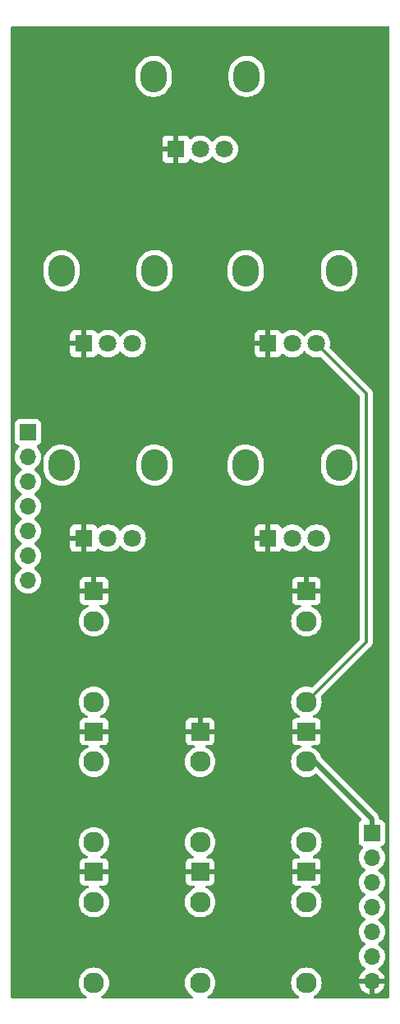
<source format=gbr>
%TF.GenerationSoftware,KiCad,Pcbnew,7.0.10*%
%TF.CreationDate,2024-02-20T22:03:04-06:00*%
%TF.ProjectId,3340_VCO,33333430-5f56-4434-9f2e-6b696361645f,rev?*%
%TF.SameCoordinates,Original*%
%TF.FileFunction,Copper,L2,Bot*%
%TF.FilePolarity,Positive*%
%FSLAX46Y46*%
G04 Gerber Fmt 4.6, Leading zero omitted, Abs format (unit mm)*
G04 Created by KiCad (PCBNEW 7.0.10) date 2024-02-20 22:03:04*
%MOMM*%
%LPD*%
G01*
G04 APERTURE LIST*
%TA.AperFunction,ComponentPad*%
%ADD10R,1.930000X1.830000*%
%TD*%
%TA.AperFunction,ComponentPad*%
%ADD11C,2.130000*%
%TD*%
%TA.AperFunction,ComponentPad*%
%ADD12O,2.720000X3.240000*%
%TD*%
%TA.AperFunction,ComponentPad*%
%ADD13R,1.800000X1.800000*%
%TD*%
%TA.AperFunction,ComponentPad*%
%ADD14C,1.800000*%
%TD*%
%TA.AperFunction,ComponentPad*%
%ADD15R,1.700000X1.700000*%
%TD*%
%TA.AperFunction,ComponentPad*%
%ADD16O,1.700000X1.700000*%
%TD*%
%TA.AperFunction,ViaPad*%
%ADD17C,0.800000*%
%TD*%
%TA.AperFunction,Conductor*%
%ADD18C,0.500000*%
%TD*%
%TA.AperFunction,Conductor*%
%ADD19C,0.300000*%
%TD*%
G04 APERTURE END LIST*
D10*
%TO.P,J6,S*%
%TO.N,GND*%
X167700000Y-104270000D03*
D11*
%TO.P,J6,T*%
%TO.N,/voct_b*%
X167700000Y-115670000D03*
%TO.P,J6,TN*%
%TO.N,unconnected-(J6-PadTN)*%
X167700000Y-107370000D03*
%TD*%
D10*
%TO.P,J4,S*%
%TO.N,GND*%
X178650000Y-118720000D03*
D11*
%TO.P,J4,T*%
%TO.N,/sync_b*%
X178650000Y-130120000D03*
%TO.P,J4,TN*%
%TO.N,unconnected-(J4-PadTN)*%
X178650000Y-121820000D03*
%TD*%
D12*
%TO.P,RV6,*%
%TO.N,*%
X164350000Y-91325000D03*
X173950000Y-91325000D03*
D13*
%TO.P,RV6,1,1*%
%TO.N,GND*%
X166650000Y-98825000D03*
D14*
%TO.P,RV6,2,2*%
%TO.N,/cvmod_b*%
X169150000Y-98825000D03*
%TO.P,RV6,3,3*%
%TO.N,Net-(J8-PadT)*%
X171650000Y-98825000D03*
%TD*%
D10*
%TO.P,J1,S*%
%TO.N,GND*%
X189600000Y-104270000D03*
D11*
%TO.P,J1,T*%
%TO.N,Net-(J1-PadT)*%
X189600000Y-115670000D03*
%TO.P,J1,TN*%
%TO.N,unconnected-(J1-PadTN)*%
X189600000Y-107370000D03*
%TD*%
D10*
%TO.P,J2,S*%
%TO.N,GND*%
X189600000Y-118720000D03*
D11*
%TO.P,J2,T*%
%TO.N,Net-(J2-PadT)*%
X189600000Y-130120000D03*
%TO.P,J2,TN*%
%TO.N,+5V*%
X189600000Y-121820000D03*
%TD*%
D12*
%TO.P,RV4,*%
%TO.N,*%
X173850000Y-51325000D03*
X183450000Y-51325000D03*
D13*
%TO.P,RV4,1,1*%
%TO.N,GND*%
X176150000Y-58825000D03*
D14*
%TO.P,RV4,2,2*%
%TO.N,/coarse2_b*%
X178650000Y-58825000D03*
%TO.P,RV4,3,3*%
%TO.N,/coarse3_b*%
X181150000Y-58825000D03*
%TD*%
D12*
%TO.P,RV5,*%
%TO.N,*%
X164350000Y-71325000D03*
X173950000Y-71325000D03*
D13*
%TO.P,RV5,1,1*%
%TO.N,GND*%
X166650000Y-78825000D03*
D14*
%TO.P,RV5,2,2*%
%TO.N,/fine2_b*%
X169150000Y-78825000D03*
%TO.P,RV5,3,3*%
%TO.N,/fine3_b*%
X171650000Y-78825000D03*
%TD*%
D12*
%TO.P,RV3,*%
%TO.N,*%
X183350000Y-91325000D03*
X192950000Y-91325000D03*
D13*
%TO.P,RV3,1,1*%
%TO.N,GND*%
X185650000Y-98825000D03*
D14*
%TO.P,RV3,2,2*%
%TO.N,/pwm_b*%
X188150000Y-98825000D03*
%TO.P,RV3,3,3*%
%TO.N,Net-(J2-PadT)*%
X190650000Y-98825000D03*
%TD*%
D10*
%TO.P,J3,S*%
%TO.N,GND*%
X167700000Y-133170000D03*
D11*
%TO.P,J3,T*%
%TO.N,/pulse_b*%
X167700000Y-144570000D03*
%TO.P,J3,TN*%
%TO.N,unconnected-(J3-PadTN)*%
X167700000Y-136270000D03*
%TD*%
D10*
%TO.P,J9,S*%
%TO.N,GND*%
X189600000Y-133170000D03*
D11*
%TO.P,J9,T*%
%TO.N,/tri_b*%
X189600000Y-144570000D03*
%TO.P,J9,TN*%
%TO.N,unconnected-(J9-PadTN)*%
X189600000Y-136270000D03*
%TD*%
D10*
%TO.P,J5,S*%
%TO.N,GND*%
X178650000Y-133170000D03*
D11*
%TO.P,J5,T*%
%TO.N,/saw_b*%
X178650000Y-144570000D03*
%TO.P,J5,TN*%
%TO.N,unconnected-(J5-PadTN)*%
X178650000Y-136270000D03*
%TD*%
D10*
%TO.P,J8,S*%
%TO.N,GND*%
X167700000Y-118720000D03*
D11*
%TO.P,J8,T*%
%TO.N,Net-(J8-PadT)*%
X167700000Y-130120000D03*
%TO.P,J8,TN*%
%TO.N,unconnected-(J8-PadTN)*%
X167700000Y-121820000D03*
%TD*%
D12*
%TO.P,RV2,*%
%TO.N,*%
X183350000Y-71325000D03*
X192950000Y-71325000D03*
D13*
%TO.P,RV2,1,1*%
%TO.N,GND*%
X185650000Y-78825000D03*
D14*
%TO.P,RV2,2,2*%
%TO.N,/linfm_b*%
X188150000Y-78825000D03*
%TO.P,RV2,3,3*%
%TO.N,Net-(J1-PadT)*%
X190650000Y-78825000D03*
%TD*%
D15*
%TO.P,J13,1,Pin_1*%
%TO.N,+5V*%
X196350000Y-129150000D03*
D16*
%TO.P,J13,2,Pin_2*%
%TO.N,/pwm_b*%
X196350000Y-131690000D03*
%TO.P,J13,3,Pin_3*%
%TO.N,/sync_b*%
X196350000Y-134230000D03*
%TO.P,J13,4,Pin_4*%
%TO.N,/pulse_b*%
X196350000Y-136770000D03*
%TO.P,J13,5,Pin_5*%
%TO.N,/saw_b*%
X196350000Y-139310000D03*
%TO.P,J13,6,Pin_6*%
%TO.N,/tri_b*%
X196350000Y-141850000D03*
%TO.P,J13,7,Pin_7*%
%TO.N,GND*%
X196350000Y-144390000D03*
%TD*%
D15*
%TO.P,J10,1,Pin_1*%
%TO.N,/coarse2_b*%
X160900000Y-87950000D03*
D16*
%TO.P,J10,2,Pin_2*%
%TO.N,/coarse3_b*%
X160900000Y-90490000D03*
%TO.P,J10,3,Pin_3*%
%TO.N,/fine2_b*%
X160900000Y-93030000D03*
%TO.P,J10,4,Pin_4*%
%TO.N,/fine3_b*%
X160900000Y-95570000D03*
%TO.P,J10,5,Pin_5*%
%TO.N,/linfm_b*%
X160900000Y-98110000D03*
%TO.P,J10,6,Pin_6*%
%TO.N,/cvmod_b*%
X160900000Y-100650000D03*
%TO.P,J10,7,Pin_7*%
%TO.N,/voct_b*%
X160900000Y-103190000D03*
%TD*%
D17*
%TO.N,GND*%
X175700000Y-144300000D03*
X186400000Y-144300000D03*
%TD*%
D18*
%TO.N,+5V*%
X190480000Y-121820000D02*
X189600000Y-121820000D01*
X196350000Y-129150000D02*
X196350000Y-127690000D01*
X196350000Y-127690000D02*
X190480000Y-121820000D01*
D19*
%TO.N,Net-(J1-PadT)*%
X195780000Y-109490000D02*
X195780000Y-83955000D01*
X189600000Y-115670000D02*
X195780000Y-109490000D01*
X195780000Y-83955000D02*
X190650000Y-78825000D01*
%TD*%
%TA.AperFunction,Conductor*%
%TO.N,GND*%
G36*
X198092539Y-46170185D02*
G01*
X198138294Y-46222989D01*
X198149500Y-46274500D01*
X198149500Y-146025500D01*
X198129815Y-146092539D01*
X198077011Y-146138294D01*
X198025500Y-146149500D01*
X190458342Y-146149500D01*
X190391303Y-146129815D01*
X190345548Y-146077011D01*
X190335604Y-146007853D01*
X190364629Y-145944297D01*
X190393548Y-145919774D01*
X190523023Y-145840433D01*
X190710399Y-145680399D01*
X190870433Y-145493023D01*
X190999184Y-145282920D01*
X191093483Y-145055262D01*
X191151007Y-144815655D01*
X191170341Y-144570000D01*
X191151007Y-144324345D01*
X191093483Y-144084738D01*
X190999184Y-143857080D01*
X190999184Y-143857079D01*
X190870436Y-143646981D01*
X190870435Y-143646979D01*
X190761062Y-143518920D01*
X190710399Y-143459601D01*
X190584285Y-143351890D01*
X190523020Y-143299564D01*
X190523018Y-143299563D01*
X190312920Y-143170815D01*
X190085264Y-143076517D01*
X189845658Y-143018993D01*
X189600000Y-142999659D01*
X189354341Y-143018993D01*
X189114735Y-143076517D01*
X188887079Y-143170815D01*
X188676981Y-143299563D01*
X188676979Y-143299564D01*
X188489601Y-143459601D01*
X188329564Y-143646979D01*
X188329563Y-143646981D01*
X188200815Y-143857079D01*
X188106517Y-144084735D01*
X188048993Y-144324341D01*
X188029659Y-144570000D01*
X188048993Y-144815658D01*
X188106517Y-145055264D01*
X188200815Y-145282920D01*
X188329563Y-145493018D01*
X188329564Y-145493020D01*
X188329567Y-145493023D01*
X188489601Y-145680399D01*
X188676977Y-145840433D01*
X188806449Y-145919773D01*
X188853323Y-145971584D01*
X188864746Y-146040514D01*
X188837089Y-146104677D01*
X188779133Y-146143701D01*
X188741658Y-146149500D01*
X179508342Y-146149500D01*
X179441303Y-146129815D01*
X179395548Y-146077011D01*
X179385604Y-146007853D01*
X179414629Y-145944297D01*
X179443548Y-145919774D01*
X179573023Y-145840433D01*
X179760399Y-145680399D01*
X179920433Y-145493023D01*
X180049184Y-145282920D01*
X180143483Y-145055262D01*
X180201007Y-144815655D01*
X180220341Y-144570000D01*
X180201007Y-144324345D01*
X180143483Y-144084738D01*
X180049184Y-143857080D01*
X180049184Y-143857079D01*
X179920436Y-143646981D01*
X179920435Y-143646979D01*
X179811062Y-143518920D01*
X179760399Y-143459601D01*
X179634285Y-143351890D01*
X179573020Y-143299564D01*
X179573018Y-143299563D01*
X179362920Y-143170815D01*
X179135264Y-143076517D01*
X178895658Y-143018993D01*
X178650000Y-142999659D01*
X178404341Y-143018993D01*
X178164735Y-143076517D01*
X177937079Y-143170815D01*
X177726981Y-143299563D01*
X177726979Y-143299564D01*
X177539601Y-143459601D01*
X177379564Y-143646979D01*
X177379563Y-143646981D01*
X177250815Y-143857079D01*
X177156517Y-144084735D01*
X177098993Y-144324341D01*
X177079659Y-144570000D01*
X177098993Y-144815658D01*
X177156517Y-145055264D01*
X177250815Y-145282920D01*
X177379563Y-145493018D01*
X177379564Y-145493020D01*
X177379567Y-145493023D01*
X177539601Y-145680399D01*
X177726977Y-145840433D01*
X177856449Y-145919773D01*
X177903323Y-145971584D01*
X177914746Y-146040514D01*
X177887089Y-146104677D01*
X177829133Y-146143701D01*
X177791658Y-146149500D01*
X168558342Y-146149500D01*
X168491303Y-146129815D01*
X168445548Y-146077011D01*
X168435604Y-146007853D01*
X168464629Y-145944297D01*
X168493548Y-145919774D01*
X168623023Y-145840433D01*
X168810399Y-145680399D01*
X168970433Y-145493023D01*
X169099184Y-145282920D01*
X169193483Y-145055262D01*
X169251007Y-144815655D01*
X169270341Y-144570000D01*
X169251007Y-144324345D01*
X169193483Y-144084738D01*
X169099184Y-143857080D01*
X169099184Y-143857079D01*
X168970436Y-143646981D01*
X168970435Y-143646979D01*
X168861062Y-143518920D01*
X168810399Y-143459601D01*
X168684285Y-143351890D01*
X168623020Y-143299564D01*
X168623018Y-143299563D01*
X168412920Y-143170815D01*
X168185264Y-143076517D01*
X167945658Y-143018993D01*
X167700000Y-142999659D01*
X167454341Y-143018993D01*
X167214735Y-143076517D01*
X166987079Y-143170815D01*
X166776981Y-143299563D01*
X166776979Y-143299564D01*
X166589601Y-143459601D01*
X166429564Y-143646979D01*
X166429563Y-143646981D01*
X166300815Y-143857079D01*
X166206517Y-144084735D01*
X166148993Y-144324341D01*
X166129659Y-144570000D01*
X166148993Y-144815658D01*
X166206517Y-145055264D01*
X166300815Y-145282920D01*
X166429563Y-145493018D01*
X166429564Y-145493020D01*
X166429567Y-145493023D01*
X166589601Y-145680399D01*
X166776977Y-145840433D01*
X166906449Y-145919773D01*
X166953323Y-145971584D01*
X166964746Y-146040514D01*
X166937089Y-146104677D01*
X166879133Y-146143701D01*
X166841658Y-146149500D01*
X159274500Y-146149500D01*
X159207461Y-146129815D01*
X159161706Y-146077011D01*
X159150500Y-146025500D01*
X159150500Y-136270000D01*
X166129659Y-136270000D01*
X166148993Y-136515658D01*
X166206517Y-136755264D01*
X166300815Y-136982920D01*
X166429563Y-137193018D01*
X166429564Y-137193020D01*
X166483795Y-137256516D01*
X166589601Y-137380399D01*
X166734648Y-137504280D01*
X166776979Y-137540435D01*
X166776981Y-137540436D01*
X166987079Y-137669184D01*
X167214735Y-137763482D01*
X167214736Y-137763482D01*
X167214738Y-137763483D01*
X167454345Y-137821007D01*
X167700000Y-137840341D01*
X167945655Y-137821007D01*
X168185262Y-137763483D01*
X168412920Y-137669184D01*
X168623023Y-137540433D01*
X168810399Y-137380399D01*
X168970433Y-137193023D01*
X169099184Y-136982920D01*
X169193483Y-136755262D01*
X169251007Y-136515655D01*
X169270341Y-136270000D01*
X177079659Y-136270000D01*
X177098993Y-136515658D01*
X177156517Y-136755264D01*
X177250815Y-136982920D01*
X177379563Y-137193018D01*
X177379564Y-137193020D01*
X177433795Y-137256516D01*
X177539601Y-137380399D01*
X177684648Y-137504280D01*
X177726979Y-137540435D01*
X177726981Y-137540436D01*
X177937079Y-137669184D01*
X178164735Y-137763482D01*
X178164736Y-137763482D01*
X178164738Y-137763483D01*
X178404345Y-137821007D01*
X178650000Y-137840341D01*
X178895655Y-137821007D01*
X179135262Y-137763483D01*
X179362920Y-137669184D01*
X179573023Y-137540433D01*
X179760399Y-137380399D01*
X179920433Y-137193023D01*
X180049184Y-136982920D01*
X180143483Y-136755262D01*
X180201007Y-136515655D01*
X180220341Y-136270000D01*
X188029659Y-136270000D01*
X188048993Y-136515658D01*
X188106517Y-136755264D01*
X188200815Y-136982920D01*
X188329563Y-137193018D01*
X188329564Y-137193020D01*
X188383795Y-137256516D01*
X188489601Y-137380399D01*
X188634648Y-137504280D01*
X188676979Y-137540435D01*
X188676981Y-137540436D01*
X188887079Y-137669184D01*
X189114735Y-137763482D01*
X189114736Y-137763482D01*
X189114738Y-137763483D01*
X189354345Y-137821007D01*
X189600000Y-137840341D01*
X189845655Y-137821007D01*
X190085262Y-137763483D01*
X190312920Y-137669184D01*
X190523023Y-137540433D01*
X190710399Y-137380399D01*
X190870433Y-137193023D01*
X190999184Y-136982920D01*
X191093483Y-136755262D01*
X191151007Y-136515655D01*
X191170341Y-136270000D01*
X191151007Y-136024345D01*
X191093483Y-135784738D01*
X191071432Y-135731501D01*
X190999184Y-135557079D01*
X190870436Y-135346981D01*
X190870435Y-135346979D01*
X190834280Y-135304648D01*
X190710399Y-135159601D01*
X190586516Y-135053795D01*
X190523020Y-134999564D01*
X190523018Y-134999563D01*
X190312919Y-134870815D01*
X190312920Y-134870815D01*
X190198838Y-134823561D01*
X190144435Y-134779720D01*
X190122370Y-134713426D01*
X190139649Y-134645726D01*
X190190787Y-134598116D01*
X190246291Y-134585000D01*
X190612828Y-134585000D01*
X190612844Y-134584999D01*
X190672372Y-134578598D01*
X190672379Y-134578596D01*
X190807086Y-134528354D01*
X190807093Y-134528350D01*
X190922187Y-134442190D01*
X190922190Y-134442187D01*
X191008350Y-134327093D01*
X191008354Y-134327086D01*
X191058596Y-134192379D01*
X191058598Y-134192372D01*
X191064999Y-134132844D01*
X191065000Y-134132827D01*
X191065000Y-133420000D01*
X190156520Y-133420000D01*
X190184755Y-133359998D01*
X190213635Y-133208607D01*
X190203957Y-133054789D01*
X190160162Y-132920000D01*
X191065000Y-132920000D01*
X191065000Y-132207172D01*
X191064999Y-132207155D01*
X191058598Y-132147627D01*
X191058596Y-132147620D01*
X191008354Y-132012913D01*
X191008350Y-132012906D01*
X190922190Y-131897812D01*
X190922187Y-131897809D01*
X190807093Y-131811649D01*
X190807086Y-131811645D01*
X190672379Y-131761403D01*
X190672372Y-131761401D01*
X190612844Y-131755000D01*
X190366603Y-131755000D01*
X190299564Y-131735315D01*
X190253809Y-131682511D01*
X190243865Y-131613353D01*
X190272890Y-131549797D01*
X190310305Y-131520517D01*
X190312914Y-131519186D01*
X190312920Y-131519184D01*
X190523023Y-131390433D01*
X190710399Y-131230399D01*
X190870433Y-131043023D01*
X190999184Y-130832920D01*
X191093483Y-130605262D01*
X191151007Y-130365655D01*
X191170341Y-130120000D01*
X191151007Y-129874345D01*
X191093483Y-129634738D01*
X190999184Y-129407080D01*
X190999184Y-129407079D01*
X190870436Y-129196981D01*
X190870435Y-129196979D01*
X190834280Y-129154648D01*
X190710399Y-129009601D01*
X190586516Y-128903795D01*
X190523020Y-128849564D01*
X190523018Y-128849563D01*
X190312920Y-128720815D01*
X190085264Y-128626517D01*
X189845658Y-128568993D01*
X189600000Y-128549659D01*
X189354341Y-128568993D01*
X189114735Y-128626517D01*
X188887079Y-128720815D01*
X188676981Y-128849563D01*
X188676979Y-128849564D01*
X188489601Y-129009601D01*
X188329564Y-129196979D01*
X188329563Y-129196981D01*
X188200815Y-129407079D01*
X188106517Y-129634735D01*
X188048993Y-129874341D01*
X188029659Y-130120000D01*
X188048993Y-130365658D01*
X188106517Y-130605264D01*
X188200815Y-130832920D01*
X188329563Y-131043018D01*
X188329564Y-131043020D01*
X188329567Y-131043023D01*
X188489601Y-131230399D01*
X188634648Y-131354280D01*
X188676979Y-131390435D01*
X188676981Y-131390436D01*
X188887080Y-131519184D01*
X188889695Y-131520517D01*
X188890508Y-131521285D01*
X188891234Y-131521730D01*
X188891140Y-131521882D01*
X188940490Y-131568493D01*
X188957283Y-131636314D01*
X188934743Y-131702449D01*
X188880027Y-131745898D01*
X188833397Y-131755000D01*
X188587155Y-131755000D01*
X188527627Y-131761401D01*
X188527620Y-131761403D01*
X188392913Y-131811645D01*
X188392906Y-131811649D01*
X188277812Y-131897809D01*
X188277809Y-131897812D01*
X188191649Y-132012906D01*
X188191645Y-132012913D01*
X188141403Y-132147620D01*
X188141401Y-132147627D01*
X188135000Y-132207155D01*
X188135000Y-132920000D01*
X189043480Y-132920000D01*
X189015245Y-132980002D01*
X188986365Y-133131393D01*
X188996043Y-133285211D01*
X189039838Y-133420000D01*
X188135000Y-133420000D01*
X188135000Y-134132844D01*
X188141401Y-134192372D01*
X188141403Y-134192379D01*
X188191645Y-134327086D01*
X188191649Y-134327093D01*
X188277809Y-134442187D01*
X188277812Y-134442190D01*
X188392906Y-134528350D01*
X188392913Y-134528354D01*
X188527620Y-134578596D01*
X188527627Y-134578598D01*
X188587155Y-134584999D01*
X188587172Y-134585000D01*
X188953709Y-134585000D01*
X189020748Y-134604685D01*
X189066503Y-134657489D01*
X189076447Y-134726647D01*
X189047422Y-134790203D01*
X189001162Y-134823561D01*
X188887079Y-134870815D01*
X188676981Y-134999563D01*
X188676979Y-134999564D01*
X188489601Y-135159601D01*
X188329564Y-135346979D01*
X188329563Y-135346981D01*
X188200815Y-135557079D01*
X188106517Y-135784735D01*
X188048993Y-136024341D01*
X188029659Y-136270000D01*
X180220341Y-136270000D01*
X180201007Y-136024345D01*
X180143483Y-135784738D01*
X180121432Y-135731501D01*
X180049184Y-135557079D01*
X179920436Y-135346981D01*
X179920435Y-135346979D01*
X179884280Y-135304648D01*
X179760399Y-135159601D01*
X179636516Y-135053795D01*
X179573020Y-134999564D01*
X179573018Y-134999563D01*
X179362919Y-134870815D01*
X179362920Y-134870815D01*
X179248838Y-134823561D01*
X179194435Y-134779720D01*
X179172370Y-134713426D01*
X179189649Y-134645726D01*
X179240787Y-134598116D01*
X179296291Y-134585000D01*
X179662828Y-134585000D01*
X179662844Y-134584999D01*
X179722372Y-134578598D01*
X179722379Y-134578596D01*
X179857086Y-134528354D01*
X179857093Y-134528350D01*
X179972187Y-134442190D01*
X179972190Y-134442187D01*
X180058350Y-134327093D01*
X180058354Y-134327086D01*
X180108596Y-134192379D01*
X180108598Y-134192372D01*
X180114999Y-134132844D01*
X180115000Y-134132827D01*
X180115000Y-133420000D01*
X179206520Y-133420000D01*
X179234755Y-133359998D01*
X179263635Y-133208607D01*
X179253957Y-133054789D01*
X179210162Y-132920000D01*
X180115000Y-132920000D01*
X180115000Y-132207172D01*
X180114999Y-132207155D01*
X180108598Y-132147627D01*
X180108596Y-132147620D01*
X180058354Y-132012913D01*
X180058350Y-132012906D01*
X179972190Y-131897812D01*
X179972187Y-131897809D01*
X179857093Y-131811649D01*
X179857086Y-131811645D01*
X179722379Y-131761403D01*
X179722372Y-131761401D01*
X179662844Y-131755000D01*
X179416603Y-131755000D01*
X179349564Y-131735315D01*
X179303809Y-131682511D01*
X179293865Y-131613353D01*
X179322890Y-131549797D01*
X179360305Y-131520517D01*
X179362914Y-131519186D01*
X179362920Y-131519184D01*
X179573023Y-131390433D01*
X179760399Y-131230399D01*
X179920433Y-131043023D01*
X180049184Y-130832920D01*
X180143483Y-130605262D01*
X180201007Y-130365655D01*
X180220341Y-130120000D01*
X180201007Y-129874345D01*
X180143483Y-129634738D01*
X180049184Y-129407080D01*
X180049184Y-129407079D01*
X179920436Y-129196981D01*
X179920435Y-129196979D01*
X179884280Y-129154648D01*
X179760399Y-129009601D01*
X179636516Y-128903795D01*
X179573020Y-128849564D01*
X179573018Y-128849563D01*
X179362920Y-128720815D01*
X179135264Y-128626517D01*
X178895658Y-128568993D01*
X178650000Y-128549659D01*
X178404341Y-128568993D01*
X178164735Y-128626517D01*
X177937079Y-128720815D01*
X177726981Y-128849563D01*
X177726979Y-128849564D01*
X177539601Y-129009601D01*
X177379564Y-129196979D01*
X177379563Y-129196981D01*
X177250815Y-129407079D01*
X177156517Y-129634735D01*
X177098993Y-129874341D01*
X177079659Y-130120000D01*
X177098993Y-130365658D01*
X177156517Y-130605264D01*
X177250815Y-130832920D01*
X177379563Y-131043018D01*
X177379564Y-131043020D01*
X177379567Y-131043023D01*
X177539601Y-131230399D01*
X177684648Y-131354280D01*
X177726979Y-131390435D01*
X177726981Y-131390436D01*
X177937080Y-131519184D01*
X177939695Y-131520517D01*
X177940508Y-131521285D01*
X177941234Y-131521730D01*
X177941140Y-131521882D01*
X177990490Y-131568493D01*
X178007283Y-131636314D01*
X177984743Y-131702449D01*
X177930027Y-131745898D01*
X177883397Y-131755000D01*
X177637155Y-131755000D01*
X177577627Y-131761401D01*
X177577620Y-131761403D01*
X177442913Y-131811645D01*
X177442906Y-131811649D01*
X177327812Y-131897809D01*
X177327809Y-131897812D01*
X177241649Y-132012906D01*
X177241645Y-132012913D01*
X177191403Y-132147620D01*
X177191401Y-132147627D01*
X177185000Y-132207155D01*
X177185000Y-132920000D01*
X178093480Y-132920000D01*
X178065245Y-132980002D01*
X178036365Y-133131393D01*
X178046043Y-133285211D01*
X178089838Y-133420000D01*
X177185000Y-133420000D01*
X177185000Y-134132844D01*
X177191401Y-134192372D01*
X177191403Y-134192379D01*
X177241645Y-134327086D01*
X177241649Y-134327093D01*
X177327809Y-134442187D01*
X177327812Y-134442190D01*
X177442906Y-134528350D01*
X177442913Y-134528354D01*
X177577620Y-134578596D01*
X177577627Y-134578598D01*
X177637155Y-134584999D01*
X177637172Y-134585000D01*
X178003709Y-134585000D01*
X178070748Y-134604685D01*
X178116503Y-134657489D01*
X178126447Y-134726647D01*
X178097422Y-134790203D01*
X178051162Y-134823561D01*
X177937079Y-134870815D01*
X177726981Y-134999563D01*
X177726979Y-134999564D01*
X177539601Y-135159601D01*
X177379564Y-135346979D01*
X177379563Y-135346981D01*
X177250815Y-135557079D01*
X177156517Y-135784735D01*
X177098993Y-136024341D01*
X177079659Y-136270000D01*
X169270341Y-136270000D01*
X169251007Y-136024345D01*
X169193483Y-135784738D01*
X169171432Y-135731501D01*
X169099184Y-135557079D01*
X168970436Y-135346981D01*
X168970435Y-135346979D01*
X168934280Y-135304648D01*
X168810399Y-135159601D01*
X168686516Y-135053795D01*
X168623020Y-134999564D01*
X168623018Y-134999563D01*
X168412919Y-134870815D01*
X168412920Y-134870815D01*
X168298838Y-134823561D01*
X168244435Y-134779720D01*
X168222370Y-134713426D01*
X168239649Y-134645726D01*
X168290787Y-134598116D01*
X168346291Y-134585000D01*
X168712828Y-134585000D01*
X168712844Y-134584999D01*
X168772372Y-134578598D01*
X168772379Y-134578596D01*
X168907086Y-134528354D01*
X168907093Y-134528350D01*
X169022187Y-134442190D01*
X169022190Y-134442187D01*
X169108350Y-134327093D01*
X169108354Y-134327086D01*
X169158596Y-134192379D01*
X169158598Y-134192372D01*
X169164999Y-134132844D01*
X169165000Y-134132827D01*
X169165000Y-133420000D01*
X168256520Y-133420000D01*
X168284755Y-133359998D01*
X168313635Y-133208607D01*
X168303957Y-133054789D01*
X168260162Y-132920000D01*
X169165000Y-132920000D01*
X169165000Y-132207172D01*
X169164999Y-132207155D01*
X169158598Y-132147627D01*
X169158596Y-132147620D01*
X169108354Y-132012913D01*
X169108350Y-132012906D01*
X169022190Y-131897812D01*
X169022187Y-131897809D01*
X168907093Y-131811649D01*
X168907086Y-131811645D01*
X168772379Y-131761403D01*
X168772372Y-131761401D01*
X168712844Y-131755000D01*
X168466603Y-131755000D01*
X168399564Y-131735315D01*
X168353809Y-131682511D01*
X168343865Y-131613353D01*
X168372890Y-131549797D01*
X168410305Y-131520517D01*
X168412914Y-131519186D01*
X168412920Y-131519184D01*
X168623023Y-131390433D01*
X168810399Y-131230399D01*
X168970433Y-131043023D01*
X169099184Y-130832920D01*
X169193483Y-130605262D01*
X169251007Y-130365655D01*
X169270341Y-130120000D01*
X169251007Y-129874345D01*
X169193483Y-129634738D01*
X169099184Y-129407080D01*
X169099184Y-129407079D01*
X168970436Y-129196981D01*
X168970435Y-129196979D01*
X168934280Y-129154648D01*
X168810399Y-129009601D01*
X168686516Y-128903795D01*
X168623020Y-128849564D01*
X168623018Y-128849563D01*
X168412920Y-128720815D01*
X168185264Y-128626517D01*
X167945658Y-128568993D01*
X167700000Y-128549659D01*
X167454341Y-128568993D01*
X167214735Y-128626517D01*
X166987079Y-128720815D01*
X166776981Y-128849563D01*
X166776979Y-128849564D01*
X166589601Y-129009601D01*
X166429564Y-129196979D01*
X166429563Y-129196981D01*
X166300815Y-129407079D01*
X166206517Y-129634735D01*
X166148993Y-129874341D01*
X166129659Y-130120000D01*
X166148993Y-130365658D01*
X166206517Y-130605264D01*
X166300815Y-130832920D01*
X166429563Y-131043018D01*
X166429564Y-131043020D01*
X166429567Y-131043023D01*
X166589601Y-131230399D01*
X166734648Y-131354280D01*
X166776979Y-131390435D01*
X166776981Y-131390436D01*
X166987080Y-131519184D01*
X166989695Y-131520517D01*
X166990508Y-131521285D01*
X166991234Y-131521730D01*
X166991140Y-131521882D01*
X167040490Y-131568493D01*
X167057283Y-131636314D01*
X167034743Y-131702449D01*
X166980027Y-131745898D01*
X166933397Y-131755000D01*
X166687155Y-131755000D01*
X166627627Y-131761401D01*
X166627620Y-131761403D01*
X166492913Y-131811645D01*
X166492906Y-131811649D01*
X166377812Y-131897809D01*
X166377809Y-131897812D01*
X166291649Y-132012906D01*
X166291645Y-132012913D01*
X166241403Y-132147620D01*
X166241401Y-132147627D01*
X166235000Y-132207155D01*
X166235000Y-132920000D01*
X167143480Y-132920000D01*
X167115245Y-132980002D01*
X167086365Y-133131393D01*
X167096043Y-133285211D01*
X167139838Y-133420000D01*
X166235000Y-133420000D01*
X166235000Y-134132844D01*
X166241401Y-134192372D01*
X166241403Y-134192379D01*
X166291645Y-134327086D01*
X166291649Y-134327093D01*
X166377809Y-134442187D01*
X166377812Y-134442190D01*
X166492906Y-134528350D01*
X166492913Y-134528354D01*
X166627620Y-134578596D01*
X166627627Y-134578598D01*
X166687155Y-134584999D01*
X166687172Y-134585000D01*
X167053709Y-134585000D01*
X167120748Y-134604685D01*
X167166503Y-134657489D01*
X167176447Y-134726647D01*
X167147422Y-134790203D01*
X167101162Y-134823561D01*
X166987079Y-134870815D01*
X166776981Y-134999563D01*
X166776979Y-134999564D01*
X166589601Y-135159601D01*
X166429564Y-135346979D01*
X166429563Y-135346981D01*
X166300815Y-135557079D01*
X166206517Y-135784735D01*
X166148993Y-136024341D01*
X166129659Y-136270000D01*
X159150500Y-136270000D01*
X159150500Y-121820000D01*
X166129659Y-121820000D01*
X166148993Y-122065658D01*
X166206517Y-122305264D01*
X166300815Y-122532920D01*
X166429563Y-122743018D01*
X166429564Y-122743020D01*
X166429567Y-122743023D01*
X166589601Y-122930399D01*
X166687421Y-123013945D01*
X166776979Y-123090435D01*
X166776981Y-123090436D01*
X166987079Y-123219184D01*
X167214735Y-123313482D01*
X167214736Y-123313482D01*
X167214738Y-123313483D01*
X167454345Y-123371007D01*
X167700000Y-123390341D01*
X167945655Y-123371007D01*
X168185262Y-123313483D01*
X168412920Y-123219184D01*
X168623023Y-123090433D01*
X168810399Y-122930399D01*
X168970433Y-122743023D01*
X169099184Y-122532920D01*
X169193483Y-122305262D01*
X169251007Y-122065655D01*
X169270341Y-121820000D01*
X177079659Y-121820000D01*
X177098993Y-122065658D01*
X177156517Y-122305264D01*
X177250815Y-122532920D01*
X177379563Y-122743018D01*
X177379564Y-122743020D01*
X177379567Y-122743023D01*
X177539601Y-122930399D01*
X177637421Y-123013945D01*
X177726979Y-123090435D01*
X177726981Y-123090436D01*
X177937079Y-123219184D01*
X178164735Y-123313482D01*
X178164736Y-123313482D01*
X178164738Y-123313483D01*
X178404345Y-123371007D01*
X178650000Y-123390341D01*
X178895655Y-123371007D01*
X179135262Y-123313483D01*
X179362920Y-123219184D01*
X179573023Y-123090433D01*
X179760399Y-122930399D01*
X179920433Y-122743023D01*
X180049184Y-122532920D01*
X180143483Y-122305262D01*
X180201007Y-122065655D01*
X180220341Y-121820000D01*
X180201007Y-121574345D01*
X180143483Y-121334738D01*
X180049184Y-121107080D01*
X180049184Y-121107079D01*
X179920436Y-120896981D01*
X179920435Y-120896979D01*
X179884280Y-120854648D01*
X179760399Y-120709601D01*
X179636516Y-120603795D01*
X179573020Y-120549564D01*
X179573018Y-120549563D01*
X179362919Y-120420815D01*
X179362920Y-120420815D01*
X179248838Y-120373561D01*
X179194435Y-120329720D01*
X179172370Y-120263426D01*
X179189649Y-120195726D01*
X179240787Y-120148116D01*
X179296291Y-120135000D01*
X179662828Y-120135000D01*
X179662844Y-120134999D01*
X179722372Y-120128598D01*
X179722379Y-120128596D01*
X179857086Y-120078354D01*
X179857093Y-120078350D01*
X179972187Y-119992190D01*
X179972190Y-119992187D01*
X180058350Y-119877093D01*
X180058354Y-119877086D01*
X180108596Y-119742379D01*
X180108598Y-119742372D01*
X180114999Y-119682844D01*
X180115000Y-119682827D01*
X180115000Y-118970000D01*
X179206520Y-118970000D01*
X179234755Y-118909998D01*
X179263635Y-118758607D01*
X179253957Y-118604789D01*
X179210162Y-118470000D01*
X180115000Y-118470000D01*
X180115000Y-117757172D01*
X180114999Y-117757155D01*
X180108598Y-117697627D01*
X180108596Y-117697620D01*
X180058354Y-117562913D01*
X180058350Y-117562906D01*
X179972190Y-117447812D01*
X179972187Y-117447809D01*
X179857093Y-117361649D01*
X179857086Y-117361645D01*
X179722379Y-117311403D01*
X179722372Y-117311401D01*
X179662844Y-117305000D01*
X178900000Y-117305000D01*
X178900000Y-118161335D01*
X178876341Y-118148329D01*
X178727061Y-118110000D01*
X178611625Y-118110000D01*
X178497094Y-118124469D01*
X178400000Y-118162911D01*
X178400000Y-117305000D01*
X177637155Y-117305000D01*
X177577627Y-117311401D01*
X177577620Y-117311403D01*
X177442913Y-117361645D01*
X177442906Y-117361649D01*
X177327812Y-117447809D01*
X177327809Y-117447812D01*
X177241649Y-117562906D01*
X177241645Y-117562913D01*
X177191403Y-117697620D01*
X177191401Y-117697627D01*
X177185000Y-117757155D01*
X177185000Y-118470000D01*
X178093480Y-118470000D01*
X178065245Y-118530002D01*
X178036365Y-118681393D01*
X178046043Y-118835211D01*
X178089838Y-118970000D01*
X177185000Y-118970000D01*
X177185000Y-119682844D01*
X177191401Y-119742372D01*
X177191403Y-119742379D01*
X177241645Y-119877086D01*
X177241649Y-119877093D01*
X177327809Y-119992187D01*
X177327812Y-119992190D01*
X177442906Y-120078350D01*
X177442913Y-120078354D01*
X177577620Y-120128596D01*
X177577627Y-120128598D01*
X177637155Y-120134999D01*
X177637172Y-120135000D01*
X178003709Y-120135000D01*
X178070748Y-120154685D01*
X178116503Y-120207489D01*
X178126447Y-120276647D01*
X178097422Y-120340203D01*
X178051162Y-120373561D01*
X177937079Y-120420815D01*
X177726981Y-120549563D01*
X177726979Y-120549564D01*
X177539601Y-120709601D01*
X177379564Y-120896979D01*
X177379563Y-120896981D01*
X177250815Y-121107079D01*
X177156517Y-121334735D01*
X177098993Y-121574341D01*
X177079659Y-121820000D01*
X169270341Y-121820000D01*
X169251007Y-121574345D01*
X169193483Y-121334738D01*
X169099184Y-121107080D01*
X169099184Y-121107079D01*
X168970436Y-120896981D01*
X168970435Y-120896979D01*
X168934280Y-120854648D01*
X168810399Y-120709601D01*
X168686516Y-120603795D01*
X168623020Y-120549564D01*
X168623018Y-120549563D01*
X168412919Y-120420815D01*
X168412920Y-120420815D01*
X168298838Y-120373561D01*
X168244435Y-120329720D01*
X168222370Y-120263426D01*
X168239649Y-120195726D01*
X168290787Y-120148116D01*
X168346291Y-120135000D01*
X168712828Y-120135000D01*
X168712844Y-120134999D01*
X168772372Y-120128598D01*
X168772379Y-120128596D01*
X168907086Y-120078354D01*
X168907093Y-120078350D01*
X169022187Y-119992190D01*
X169022190Y-119992187D01*
X169108350Y-119877093D01*
X169108354Y-119877086D01*
X169158596Y-119742379D01*
X169158598Y-119742372D01*
X169164999Y-119682844D01*
X169165000Y-119682827D01*
X169165000Y-118970000D01*
X168256520Y-118970000D01*
X168284755Y-118909998D01*
X168313635Y-118758607D01*
X168303957Y-118604789D01*
X168260162Y-118470000D01*
X169165000Y-118470000D01*
X169165000Y-117757172D01*
X169164999Y-117757155D01*
X169158598Y-117697627D01*
X169158596Y-117697620D01*
X169108354Y-117562913D01*
X169108350Y-117562906D01*
X169022190Y-117447812D01*
X169022187Y-117447809D01*
X168907093Y-117361649D01*
X168907086Y-117361645D01*
X168772379Y-117311403D01*
X168772372Y-117311401D01*
X168712844Y-117305000D01*
X168466603Y-117305000D01*
X168399564Y-117285315D01*
X168353809Y-117232511D01*
X168343865Y-117163353D01*
X168372890Y-117099797D01*
X168410305Y-117070517D01*
X168412914Y-117069186D01*
X168412920Y-117069184D01*
X168623023Y-116940433D01*
X168810399Y-116780399D01*
X168970433Y-116593023D01*
X169099184Y-116382920D01*
X169193483Y-116155262D01*
X169251007Y-115915655D01*
X169270341Y-115670000D01*
X169251007Y-115424345D01*
X169193483Y-115184738D01*
X169099184Y-114957080D01*
X169099184Y-114957079D01*
X168970436Y-114746981D01*
X168970435Y-114746979D01*
X168934280Y-114704648D01*
X168810399Y-114559601D01*
X168686516Y-114453795D01*
X168623020Y-114399564D01*
X168623018Y-114399563D01*
X168412920Y-114270815D01*
X168185264Y-114176517D01*
X167945658Y-114118993D01*
X167700000Y-114099659D01*
X167454341Y-114118993D01*
X167214735Y-114176517D01*
X166987079Y-114270815D01*
X166776981Y-114399563D01*
X166776979Y-114399564D01*
X166589601Y-114559601D01*
X166429564Y-114746979D01*
X166429563Y-114746981D01*
X166300815Y-114957079D01*
X166206517Y-115184735D01*
X166148993Y-115424341D01*
X166129659Y-115670000D01*
X166148993Y-115915658D01*
X166206517Y-116155264D01*
X166300815Y-116382920D01*
X166429563Y-116593018D01*
X166429564Y-116593020D01*
X166429567Y-116593023D01*
X166589601Y-116780399D01*
X166734648Y-116904280D01*
X166776979Y-116940435D01*
X166776981Y-116940436D01*
X166987080Y-117069184D01*
X166989695Y-117070517D01*
X166990508Y-117071285D01*
X166991234Y-117071730D01*
X166991140Y-117071882D01*
X167040490Y-117118493D01*
X167057283Y-117186314D01*
X167034743Y-117252449D01*
X166980027Y-117295898D01*
X166933397Y-117305000D01*
X166687155Y-117305000D01*
X166627627Y-117311401D01*
X166627620Y-117311403D01*
X166492913Y-117361645D01*
X166492906Y-117361649D01*
X166377812Y-117447809D01*
X166377809Y-117447812D01*
X166291649Y-117562906D01*
X166291645Y-117562913D01*
X166241403Y-117697620D01*
X166241401Y-117697627D01*
X166235000Y-117757155D01*
X166235000Y-118470000D01*
X167143480Y-118470000D01*
X167115245Y-118530002D01*
X167086365Y-118681393D01*
X167096043Y-118835211D01*
X167139838Y-118970000D01*
X166235000Y-118970000D01*
X166235000Y-119682844D01*
X166241401Y-119742372D01*
X166241403Y-119742379D01*
X166291645Y-119877086D01*
X166291649Y-119877093D01*
X166377809Y-119992187D01*
X166377812Y-119992190D01*
X166492906Y-120078350D01*
X166492913Y-120078354D01*
X166627620Y-120128596D01*
X166627627Y-120128598D01*
X166687155Y-120134999D01*
X166687172Y-120135000D01*
X167053709Y-120135000D01*
X167120748Y-120154685D01*
X167166503Y-120207489D01*
X167176447Y-120276647D01*
X167147422Y-120340203D01*
X167101162Y-120373561D01*
X166987079Y-120420815D01*
X166776981Y-120549563D01*
X166776979Y-120549564D01*
X166589601Y-120709601D01*
X166429564Y-120896979D01*
X166429563Y-120896981D01*
X166300815Y-121107079D01*
X166206517Y-121334735D01*
X166148993Y-121574341D01*
X166129659Y-121820000D01*
X159150500Y-121820000D01*
X159150500Y-107370000D01*
X166129659Y-107370000D01*
X166148993Y-107615658D01*
X166206517Y-107855264D01*
X166300815Y-108082920D01*
X166429563Y-108293018D01*
X166429564Y-108293020D01*
X166429567Y-108293023D01*
X166589601Y-108480399D01*
X166734648Y-108604280D01*
X166776979Y-108640435D01*
X166776981Y-108640436D01*
X166987079Y-108769184D01*
X167214735Y-108863482D01*
X167214736Y-108863482D01*
X167214738Y-108863483D01*
X167454345Y-108921007D01*
X167700000Y-108940341D01*
X167945655Y-108921007D01*
X168185262Y-108863483D01*
X168412920Y-108769184D01*
X168623023Y-108640433D01*
X168810399Y-108480399D01*
X168970433Y-108293023D01*
X169099184Y-108082920D01*
X169193483Y-107855262D01*
X169251007Y-107615655D01*
X169270341Y-107370000D01*
X188029659Y-107370000D01*
X188048993Y-107615658D01*
X188106517Y-107855264D01*
X188200815Y-108082920D01*
X188329563Y-108293018D01*
X188329564Y-108293020D01*
X188329567Y-108293023D01*
X188489601Y-108480399D01*
X188634648Y-108604280D01*
X188676979Y-108640435D01*
X188676981Y-108640436D01*
X188887079Y-108769184D01*
X189114735Y-108863482D01*
X189114736Y-108863482D01*
X189114738Y-108863483D01*
X189354345Y-108921007D01*
X189600000Y-108940341D01*
X189845655Y-108921007D01*
X190085262Y-108863483D01*
X190312920Y-108769184D01*
X190523023Y-108640433D01*
X190710399Y-108480399D01*
X190870433Y-108293023D01*
X190999184Y-108082920D01*
X191093483Y-107855262D01*
X191151007Y-107615655D01*
X191170341Y-107370000D01*
X191151007Y-107124345D01*
X191093483Y-106884738D01*
X190999184Y-106657080D01*
X190999184Y-106657079D01*
X190870436Y-106446981D01*
X190870435Y-106446979D01*
X190834280Y-106404648D01*
X190710399Y-106259601D01*
X190586516Y-106153795D01*
X190523020Y-106099564D01*
X190523018Y-106099563D01*
X190312919Y-105970815D01*
X190312920Y-105970815D01*
X190198838Y-105923561D01*
X190144435Y-105879720D01*
X190122370Y-105813426D01*
X190139649Y-105745726D01*
X190190787Y-105698116D01*
X190246291Y-105685000D01*
X190612828Y-105685000D01*
X190612844Y-105684999D01*
X190672372Y-105678598D01*
X190672379Y-105678596D01*
X190807086Y-105628354D01*
X190807093Y-105628350D01*
X190922187Y-105542190D01*
X190922190Y-105542187D01*
X191008350Y-105427093D01*
X191008354Y-105427086D01*
X191058596Y-105292379D01*
X191058598Y-105292372D01*
X191064999Y-105232844D01*
X191065000Y-105232827D01*
X191065000Y-104520000D01*
X190156520Y-104520000D01*
X190184755Y-104459998D01*
X190213635Y-104308607D01*
X190203957Y-104154789D01*
X190160162Y-104020000D01*
X191065000Y-104020000D01*
X191065000Y-103307172D01*
X191064999Y-103307155D01*
X191058598Y-103247627D01*
X191058596Y-103247620D01*
X191008354Y-103112913D01*
X191008350Y-103112906D01*
X190922190Y-102997812D01*
X190922187Y-102997809D01*
X190807093Y-102911649D01*
X190807086Y-102911645D01*
X190672379Y-102861403D01*
X190672372Y-102861401D01*
X190612844Y-102855000D01*
X189850000Y-102855000D01*
X189850000Y-103711335D01*
X189826341Y-103698329D01*
X189677061Y-103660000D01*
X189561625Y-103660000D01*
X189447094Y-103674469D01*
X189350000Y-103712911D01*
X189350000Y-102855000D01*
X188587155Y-102855000D01*
X188527627Y-102861401D01*
X188527620Y-102861403D01*
X188392913Y-102911645D01*
X188392906Y-102911649D01*
X188277812Y-102997809D01*
X188277809Y-102997812D01*
X188191649Y-103112906D01*
X188191645Y-103112913D01*
X188141403Y-103247620D01*
X188141401Y-103247627D01*
X188135000Y-103307155D01*
X188135000Y-104020000D01*
X189043480Y-104020000D01*
X189015245Y-104080002D01*
X188986365Y-104231393D01*
X188996043Y-104385211D01*
X189039838Y-104520000D01*
X188135000Y-104520000D01*
X188135000Y-105232844D01*
X188141401Y-105292372D01*
X188141403Y-105292379D01*
X188191645Y-105427086D01*
X188191649Y-105427093D01*
X188277809Y-105542187D01*
X188277812Y-105542190D01*
X188392906Y-105628350D01*
X188392913Y-105628354D01*
X188527620Y-105678596D01*
X188527627Y-105678598D01*
X188587155Y-105684999D01*
X188587172Y-105685000D01*
X188953709Y-105685000D01*
X189020748Y-105704685D01*
X189066503Y-105757489D01*
X189076447Y-105826647D01*
X189047422Y-105890203D01*
X189001162Y-105923561D01*
X188887079Y-105970815D01*
X188676981Y-106099563D01*
X188676979Y-106099564D01*
X188489601Y-106259601D01*
X188329564Y-106446979D01*
X188329563Y-106446981D01*
X188200815Y-106657079D01*
X188106517Y-106884735D01*
X188048993Y-107124341D01*
X188029659Y-107370000D01*
X169270341Y-107370000D01*
X169251007Y-107124345D01*
X169193483Y-106884738D01*
X169099184Y-106657080D01*
X169099184Y-106657079D01*
X168970436Y-106446981D01*
X168970435Y-106446979D01*
X168934280Y-106404648D01*
X168810399Y-106259601D01*
X168686516Y-106153795D01*
X168623020Y-106099564D01*
X168623018Y-106099563D01*
X168412919Y-105970815D01*
X168412920Y-105970815D01*
X168298838Y-105923561D01*
X168244435Y-105879720D01*
X168222370Y-105813426D01*
X168239649Y-105745726D01*
X168290787Y-105698116D01*
X168346291Y-105685000D01*
X168712828Y-105685000D01*
X168712844Y-105684999D01*
X168772372Y-105678598D01*
X168772379Y-105678596D01*
X168907086Y-105628354D01*
X168907093Y-105628350D01*
X169022187Y-105542190D01*
X169022190Y-105542187D01*
X169108350Y-105427093D01*
X169108354Y-105427086D01*
X169158596Y-105292379D01*
X169158598Y-105292372D01*
X169164999Y-105232844D01*
X169165000Y-105232827D01*
X169165000Y-104520000D01*
X168256520Y-104520000D01*
X168284755Y-104459998D01*
X168313635Y-104308607D01*
X168303957Y-104154789D01*
X168260162Y-104020000D01*
X169165000Y-104020000D01*
X169165000Y-103307172D01*
X169164999Y-103307155D01*
X169158598Y-103247627D01*
X169158596Y-103247620D01*
X169108354Y-103112913D01*
X169108350Y-103112906D01*
X169022190Y-102997812D01*
X169022187Y-102997809D01*
X168907093Y-102911649D01*
X168907086Y-102911645D01*
X168772379Y-102861403D01*
X168772372Y-102861401D01*
X168712844Y-102855000D01*
X167950000Y-102855000D01*
X167950000Y-103711335D01*
X167926341Y-103698329D01*
X167777061Y-103660000D01*
X167661625Y-103660000D01*
X167547094Y-103674469D01*
X167450000Y-103712911D01*
X167450000Y-102855000D01*
X166687155Y-102855000D01*
X166627627Y-102861401D01*
X166627620Y-102861403D01*
X166492913Y-102911645D01*
X166492906Y-102911649D01*
X166377812Y-102997809D01*
X166377809Y-102997812D01*
X166291649Y-103112906D01*
X166291645Y-103112913D01*
X166241403Y-103247620D01*
X166241401Y-103247627D01*
X166235000Y-103307155D01*
X166235000Y-104020000D01*
X167143480Y-104020000D01*
X167115245Y-104080002D01*
X167086365Y-104231393D01*
X167096043Y-104385211D01*
X167139838Y-104520000D01*
X166235000Y-104520000D01*
X166235000Y-105232844D01*
X166241401Y-105292372D01*
X166241403Y-105292379D01*
X166291645Y-105427086D01*
X166291649Y-105427093D01*
X166377809Y-105542187D01*
X166377812Y-105542190D01*
X166492906Y-105628350D01*
X166492913Y-105628354D01*
X166627620Y-105678596D01*
X166627627Y-105678598D01*
X166687155Y-105684999D01*
X166687172Y-105685000D01*
X167053709Y-105685000D01*
X167120748Y-105704685D01*
X167166503Y-105757489D01*
X167176447Y-105826647D01*
X167147422Y-105890203D01*
X167101162Y-105923561D01*
X166987079Y-105970815D01*
X166776981Y-106099563D01*
X166776979Y-106099564D01*
X166589601Y-106259601D01*
X166429564Y-106446979D01*
X166429563Y-106446981D01*
X166300815Y-106657079D01*
X166206517Y-106884735D01*
X166148993Y-107124341D01*
X166129659Y-107370000D01*
X159150500Y-107370000D01*
X159150500Y-103190000D01*
X159544341Y-103190000D01*
X159564936Y-103425403D01*
X159564938Y-103425413D01*
X159626094Y-103653655D01*
X159626096Y-103653659D01*
X159626097Y-103653663D01*
X159725965Y-103867830D01*
X159725967Y-103867834D01*
X159824260Y-104008210D01*
X159861505Y-104061401D01*
X160028599Y-104228495D01*
X160032738Y-104231393D01*
X160222165Y-104364032D01*
X160222167Y-104364033D01*
X160222170Y-104364035D01*
X160436337Y-104463903D01*
X160664592Y-104525063D01*
X160852918Y-104541539D01*
X160899999Y-104545659D01*
X160900000Y-104545659D01*
X160900001Y-104545659D01*
X160939234Y-104542226D01*
X161135408Y-104525063D01*
X161363663Y-104463903D01*
X161577830Y-104364035D01*
X161771401Y-104228495D01*
X161938495Y-104061401D01*
X162074035Y-103867830D01*
X162173903Y-103653663D01*
X162235063Y-103425408D01*
X162255659Y-103190000D01*
X162235063Y-102954592D01*
X162173903Y-102726337D01*
X162074035Y-102512171D01*
X161938495Y-102318599D01*
X161938494Y-102318597D01*
X161771402Y-102151506D01*
X161771396Y-102151501D01*
X161585842Y-102021575D01*
X161542217Y-101966998D01*
X161535023Y-101897500D01*
X161566546Y-101835145D01*
X161585842Y-101818425D01*
X161608026Y-101802891D01*
X161771401Y-101688495D01*
X161938495Y-101521401D01*
X162074035Y-101327830D01*
X162173903Y-101113663D01*
X162235063Y-100885408D01*
X162255659Y-100650000D01*
X162235063Y-100414592D01*
X162182547Y-100218596D01*
X162173905Y-100186344D01*
X162173904Y-100186343D01*
X162173903Y-100186337D01*
X162074035Y-99972171D01*
X162070480Y-99967093D01*
X161938494Y-99778597D01*
X161932741Y-99772844D01*
X165250000Y-99772844D01*
X165256401Y-99832372D01*
X165256403Y-99832379D01*
X165306645Y-99967086D01*
X165306649Y-99967093D01*
X165392809Y-100082187D01*
X165392812Y-100082190D01*
X165507906Y-100168350D01*
X165507913Y-100168354D01*
X165642620Y-100218596D01*
X165642627Y-100218598D01*
X165702155Y-100224999D01*
X165702172Y-100225000D01*
X166400000Y-100225000D01*
X166400000Y-99260501D01*
X166507685Y-99309680D01*
X166614237Y-99325000D01*
X166685763Y-99325000D01*
X166792315Y-99309680D01*
X166900000Y-99260501D01*
X166900000Y-100225000D01*
X167597828Y-100225000D01*
X167597844Y-100224999D01*
X167657372Y-100218598D01*
X167657379Y-100218596D01*
X167792086Y-100168354D01*
X167792093Y-100168350D01*
X167907187Y-100082190D01*
X167907190Y-100082187D01*
X167993350Y-99967093D01*
X167993353Y-99967088D01*
X168011678Y-99917955D01*
X168053549Y-99862020D01*
X168119013Y-99837602D01*
X168187286Y-99852453D01*
X168204023Y-99863433D01*
X168381365Y-100001464D01*
X168381371Y-100001468D01*
X168381374Y-100001470D01*
X168585497Y-100111936D01*
X168699487Y-100151068D01*
X168805015Y-100187297D01*
X168805017Y-100187297D01*
X168805019Y-100187298D01*
X169033951Y-100225500D01*
X169033952Y-100225500D01*
X169266048Y-100225500D01*
X169266049Y-100225500D01*
X169494981Y-100187298D01*
X169714503Y-100111936D01*
X169918626Y-100001470D01*
X170101784Y-99858913D01*
X170258979Y-99688153D01*
X170296191Y-99631196D01*
X170349337Y-99585839D01*
X170418569Y-99576415D01*
X170481904Y-99605917D01*
X170503809Y-99631196D01*
X170541016Y-99688147D01*
X170541019Y-99688151D01*
X170541021Y-99688153D01*
X170698216Y-99858913D01*
X170698219Y-99858915D01*
X170698222Y-99858918D01*
X170881365Y-100001464D01*
X170881371Y-100001468D01*
X170881374Y-100001470D01*
X171085497Y-100111936D01*
X171199487Y-100151068D01*
X171305015Y-100187297D01*
X171305017Y-100187297D01*
X171305019Y-100187298D01*
X171533951Y-100225500D01*
X171533952Y-100225500D01*
X171766048Y-100225500D01*
X171766049Y-100225500D01*
X171994981Y-100187298D01*
X172214503Y-100111936D01*
X172418626Y-100001470D01*
X172601784Y-99858913D01*
X172681016Y-99772844D01*
X184250000Y-99772844D01*
X184256401Y-99832372D01*
X184256403Y-99832379D01*
X184306645Y-99967086D01*
X184306649Y-99967093D01*
X184392809Y-100082187D01*
X184392812Y-100082190D01*
X184507906Y-100168350D01*
X184507913Y-100168354D01*
X184642620Y-100218596D01*
X184642627Y-100218598D01*
X184702155Y-100224999D01*
X184702172Y-100225000D01*
X185400000Y-100225000D01*
X185400000Y-99260501D01*
X185507685Y-99309680D01*
X185614237Y-99325000D01*
X185685763Y-99325000D01*
X185792315Y-99309680D01*
X185900000Y-99260501D01*
X185900000Y-100225000D01*
X186597828Y-100225000D01*
X186597844Y-100224999D01*
X186657372Y-100218598D01*
X186657379Y-100218596D01*
X186792086Y-100168354D01*
X186792093Y-100168350D01*
X186907187Y-100082190D01*
X186907190Y-100082187D01*
X186993350Y-99967093D01*
X186993353Y-99967088D01*
X187011678Y-99917955D01*
X187053549Y-99862020D01*
X187119013Y-99837602D01*
X187187286Y-99852453D01*
X187204023Y-99863433D01*
X187381365Y-100001464D01*
X187381371Y-100001468D01*
X187381374Y-100001470D01*
X187585497Y-100111936D01*
X187699487Y-100151068D01*
X187805015Y-100187297D01*
X187805017Y-100187297D01*
X187805019Y-100187298D01*
X188033951Y-100225500D01*
X188033952Y-100225500D01*
X188266048Y-100225500D01*
X188266049Y-100225500D01*
X188494981Y-100187298D01*
X188714503Y-100111936D01*
X188918626Y-100001470D01*
X189101784Y-99858913D01*
X189258979Y-99688153D01*
X189296191Y-99631196D01*
X189349337Y-99585839D01*
X189418569Y-99576415D01*
X189481904Y-99605917D01*
X189503809Y-99631196D01*
X189541016Y-99688147D01*
X189541019Y-99688151D01*
X189541021Y-99688153D01*
X189698216Y-99858913D01*
X189698219Y-99858915D01*
X189698222Y-99858918D01*
X189881365Y-100001464D01*
X189881371Y-100001468D01*
X189881374Y-100001470D01*
X190085497Y-100111936D01*
X190199487Y-100151068D01*
X190305015Y-100187297D01*
X190305017Y-100187297D01*
X190305019Y-100187298D01*
X190533951Y-100225500D01*
X190533952Y-100225500D01*
X190766048Y-100225500D01*
X190766049Y-100225500D01*
X190994981Y-100187298D01*
X191214503Y-100111936D01*
X191418626Y-100001470D01*
X191601784Y-99858913D01*
X191758979Y-99688153D01*
X191885924Y-99493849D01*
X191979157Y-99281300D01*
X192036134Y-99056305D01*
X192036135Y-99056297D01*
X192055300Y-98825006D01*
X192055300Y-98824993D01*
X192036135Y-98593702D01*
X192036133Y-98593691D01*
X191979157Y-98368699D01*
X191885924Y-98156151D01*
X191758983Y-97961852D01*
X191758980Y-97961849D01*
X191758979Y-97961847D01*
X191601784Y-97791087D01*
X191601779Y-97791083D01*
X191601777Y-97791081D01*
X191418634Y-97648535D01*
X191418628Y-97648531D01*
X191214504Y-97538064D01*
X191214495Y-97538061D01*
X190994984Y-97462702D01*
X190807404Y-97431401D01*
X190766049Y-97424500D01*
X190533951Y-97424500D01*
X190492596Y-97431401D01*
X190305015Y-97462702D01*
X190085504Y-97538061D01*
X190085495Y-97538064D01*
X189881371Y-97648531D01*
X189881365Y-97648535D01*
X189698222Y-97791081D01*
X189698219Y-97791084D01*
X189698216Y-97791086D01*
X189698216Y-97791087D01*
X189673785Y-97817627D01*
X189541015Y-97961854D01*
X189503808Y-98018804D01*
X189450662Y-98064161D01*
X189381430Y-98073584D01*
X189318095Y-98044082D01*
X189296192Y-98018804D01*
X189258984Y-97961854D01*
X189258982Y-97961852D01*
X189258979Y-97961847D01*
X189101784Y-97791087D01*
X189101779Y-97791083D01*
X189101777Y-97791081D01*
X188918634Y-97648535D01*
X188918628Y-97648531D01*
X188714504Y-97538064D01*
X188714495Y-97538061D01*
X188494984Y-97462702D01*
X188307404Y-97431401D01*
X188266049Y-97424500D01*
X188033951Y-97424500D01*
X187992596Y-97431401D01*
X187805015Y-97462702D01*
X187585504Y-97538061D01*
X187585495Y-97538064D01*
X187381372Y-97648531D01*
X187204023Y-97786567D01*
X187139029Y-97812209D01*
X187070489Y-97798642D01*
X187020164Y-97750174D01*
X187011679Y-97732045D01*
X186993355Y-97682915D01*
X186993350Y-97682906D01*
X186907190Y-97567812D01*
X186907187Y-97567809D01*
X186792093Y-97481649D01*
X186792086Y-97481645D01*
X186657379Y-97431403D01*
X186657372Y-97431401D01*
X186597844Y-97425000D01*
X185900000Y-97425000D01*
X185900000Y-98389498D01*
X185792315Y-98340320D01*
X185685763Y-98325000D01*
X185614237Y-98325000D01*
X185507685Y-98340320D01*
X185400000Y-98389498D01*
X185400000Y-97425000D01*
X184702155Y-97425000D01*
X184642627Y-97431401D01*
X184642620Y-97431403D01*
X184507913Y-97481645D01*
X184507906Y-97481649D01*
X184392812Y-97567809D01*
X184392809Y-97567812D01*
X184306649Y-97682906D01*
X184306645Y-97682913D01*
X184256403Y-97817620D01*
X184256401Y-97817627D01*
X184250000Y-97877155D01*
X184250000Y-98575000D01*
X185216314Y-98575000D01*
X185190507Y-98615156D01*
X185150000Y-98753111D01*
X185150000Y-98896889D01*
X185190507Y-99034844D01*
X185216314Y-99075000D01*
X184250000Y-99075000D01*
X184250000Y-99772844D01*
X172681016Y-99772844D01*
X172758979Y-99688153D01*
X172885924Y-99493849D01*
X172979157Y-99281300D01*
X173036134Y-99056305D01*
X173036135Y-99056297D01*
X173055300Y-98825006D01*
X173055300Y-98824993D01*
X173036135Y-98593702D01*
X173036133Y-98593691D01*
X172979157Y-98368699D01*
X172885924Y-98156151D01*
X172758983Y-97961852D01*
X172758980Y-97961849D01*
X172758979Y-97961847D01*
X172601784Y-97791087D01*
X172601779Y-97791083D01*
X172601777Y-97791081D01*
X172418634Y-97648535D01*
X172418628Y-97648531D01*
X172214504Y-97538064D01*
X172214495Y-97538061D01*
X171994984Y-97462702D01*
X171807404Y-97431401D01*
X171766049Y-97424500D01*
X171533951Y-97424500D01*
X171492596Y-97431401D01*
X171305015Y-97462702D01*
X171085504Y-97538061D01*
X171085495Y-97538064D01*
X170881371Y-97648531D01*
X170881365Y-97648535D01*
X170698222Y-97791081D01*
X170698219Y-97791084D01*
X170698216Y-97791086D01*
X170698216Y-97791087D01*
X170673785Y-97817627D01*
X170541015Y-97961854D01*
X170503808Y-98018804D01*
X170450662Y-98064161D01*
X170381430Y-98073584D01*
X170318095Y-98044082D01*
X170296192Y-98018804D01*
X170258984Y-97961854D01*
X170258982Y-97961852D01*
X170258979Y-97961847D01*
X170101784Y-97791087D01*
X170101779Y-97791083D01*
X170101777Y-97791081D01*
X169918634Y-97648535D01*
X169918628Y-97648531D01*
X169714504Y-97538064D01*
X169714495Y-97538061D01*
X169494984Y-97462702D01*
X169307404Y-97431401D01*
X169266049Y-97424500D01*
X169033951Y-97424500D01*
X168992596Y-97431401D01*
X168805015Y-97462702D01*
X168585504Y-97538061D01*
X168585495Y-97538064D01*
X168381372Y-97648531D01*
X168204023Y-97786567D01*
X168139029Y-97812209D01*
X168070489Y-97798642D01*
X168020164Y-97750174D01*
X168011679Y-97732045D01*
X167993355Y-97682915D01*
X167993350Y-97682906D01*
X167907190Y-97567812D01*
X167907187Y-97567809D01*
X167792093Y-97481649D01*
X167792086Y-97481645D01*
X167657379Y-97431403D01*
X167657372Y-97431401D01*
X167597844Y-97425000D01*
X166900000Y-97425000D01*
X166900000Y-98389498D01*
X166792315Y-98340320D01*
X166685763Y-98325000D01*
X166614237Y-98325000D01*
X166507685Y-98340320D01*
X166400000Y-98389498D01*
X166400000Y-97425000D01*
X165702155Y-97425000D01*
X165642627Y-97431401D01*
X165642620Y-97431403D01*
X165507913Y-97481645D01*
X165507906Y-97481649D01*
X165392812Y-97567809D01*
X165392809Y-97567812D01*
X165306649Y-97682906D01*
X165306645Y-97682913D01*
X165256403Y-97817620D01*
X165256401Y-97817627D01*
X165250000Y-97877155D01*
X165250000Y-98575000D01*
X166216314Y-98575000D01*
X166190507Y-98615156D01*
X166150000Y-98753111D01*
X166150000Y-98896889D01*
X166190507Y-99034844D01*
X166216314Y-99075000D01*
X165250000Y-99075000D01*
X165250000Y-99772844D01*
X161932741Y-99772844D01*
X161771402Y-99611506D01*
X161771396Y-99611501D01*
X161585842Y-99481575D01*
X161542217Y-99426998D01*
X161535023Y-99357500D01*
X161566546Y-99295145D01*
X161585842Y-99278425D01*
X161608026Y-99262891D01*
X161771401Y-99148495D01*
X161938495Y-98981401D01*
X162074035Y-98787830D01*
X162173903Y-98573663D01*
X162235063Y-98345408D01*
X162255659Y-98110000D01*
X162235063Y-97874592D01*
X162173903Y-97646337D01*
X162074035Y-97432171D01*
X162073498Y-97431403D01*
X161938494Y-97238597D01*
X161771402Y-97071506D01*
X161771396Y-97071501D01*
X161585842Y-96941575D01*
X161542217Y-96886998D01*
X161535023Y-96817500D01*
X161566546Y-96755145D01*
X161585842Y-96738425D01*
X161608026Y-96722891D01*
X161771401Y-96608495D01*
X161938495Y-96441401D01*
X162074035Y-96247830D01*
X162173903Y-96033663D01*
X162235063Y-95805408D01*
X162255659Y-95570000D01*
X162235063Y-95334592D01*
X162173903Y-95106337D01*
X162074035Y-94892171D01*
X161938495Y-94698599D01*
X161938494Y-94698597D01*
X161771402Y-94531506D01*
X161771396Y-94531501D01*
X161585842Y-94401575D01*
X161542217Y-94346998D01*
X161535023Y-94277500D01*
X161566546Y-94215145D01*
X161585842Y-94198425D01*
X161608026Y-94182891D01*
X161771401Y-94068495D01*
X161938495Y-93901401D01*
X162074035Y-93707830D01*
X162173903Y-93493663D01*
X162235063Y-93265408D01*
X162255659Y-93030000D01*
X162235063Y-92794592D01*
X162173903Y-92566337D01*
X162074035Y-92352171D01*
X161938495Y-92158599D01*
X161938494Y-92158597D01*
X161771402Y-91991506D01*
X161771396Y-91991501D01*
X161585842Y-91861575D01*
X161542217Y-91806998D01*
X161535023Y-91737500D01*
X161566546Y-91675145D01*
X161585842Y-91658425D01*
X161593565Y-91653017D01*
X162489500Y-91653017D01*
X162504403Y-91856615D01*
X162504405Y-91856629D01*
X162563615Y-92122435D01*
X162563618Y-92122442D01*
X162660908Y-92376816D01*
X162794195Y-92614308D01*
X162794198Y-92614313D01*
X162933408Y-92794596D01*
X162960645Y-92829868D01*
X163156705Y-93018894D01*
X163156708Y-93018896D01*
X163156709Y-93018897D01*
X163378189Y-93177352D01*
X163378192Y-93177353D01*
X163378198Y-93177358D01*
X163620403Y-93301885D01*
X163620407Y-93301886D01*
X163620411Y-93301888D01*
X163878145Y-93389815D01*
X163878151Y-93389816D01*
X163878159Y-93389819D01*
X164038564Y-93419447D01*
X164145959Y-93439284D01*
X164145961Y-93439284D01*
X164145971Y-93439286D01*
X164363699Y-93447242D01*
X164418129Y-93449232D01*
X164418129Y-93449231D01*
X164418131Y-93449232D01*
X164688839Y-93419446D01*
X164952326Y-93350562D01*
X165202975Y-93244047D01*
X165435444Y-93102173D01*
X165644779Y-92927963D01*
X165826518Y-92725131D01*
X165976788Y-92497998D01*
X166092386Y-92251406D01*
X166170847Y-91990611D01*
X166210500Y-91721171D01*
X166210500Y-91653017D01*
X172089500Y-91653017D01*
X172104403Y-91856615D01*
X172104405Y-91856629D01*
X172163615Y-92122435D01*
X172163618Y-92122442D01*
X172260908Y-92376816D01*
X172394195Y-92614308D01*
X172394198Y-92614313D01*
X172533408Y-92794596D01*
X172560645Y-92829868D01*
X172756705Y-93018894D01*
X172756708Y-93018896D01*
X172756709Y-93018897D01*
X172978189Y-93177352D01*
X172978192Y-93177353D01*
X172978198Y-93177358D01*
X173220403Y-93301885D01*
X173220407Y-93301886D01*
X173220411Y-93301888D01*
X173478145Y-93389815D01*
X173478151Y-93389816D01*
X173478159Y-93389819D01*
X173638564Y-93419447D01*
X173745959Y-93439284D01*
X173745961Y-93439284D01*
X173745971Y-93439286D01*
X173963699Y-93447242D01*
X174018129Y-93449232D01*
X174018129Y-93449231D01*
X174018131Y-93449232D01*
X174288839Y-93419446D01*
X174552326Y-93350562D01*
X174802975Y-93244047D01*
X175035444Y-93102173D01*
X175244779Y-92927963D01*
X175426518Y-92725131D01*
X175576788Y-92497998D01*
X175692386Y-92251406D01*
X175770847Y-91990611D01*
X175810500Y-91721171D01*
X175810500Y-91653017D01*
X181489500Y-91653017D01*
X181504403Y-91856615D01*
X181504405Y-91856629D01*
X181563615Y-92122435D01*
X181563618Y-92122442D01*
X181660908Y-92376816D01*
X181794195Y-92614308D01*
X181794198Y-92614313D01*
X181933408Y-92794596D01*
X181960645Y-92829868D01*
X182156705Y-93018894D01*
X182156708Y-93018896D01*
X182156709Y-93018897D01*
X182378189Y-93177352D01*
X182378192Y-93177353D01*
X182378198Y-93177358D01*
X182620403Y-93301885D01*
X182620407Y-93301886D01*
X182620411Y-93301888D01*
X182878145Y-93389815D01*
X182878151Y-93389816D01*
X182878159Y-93389819D01*
X183038564Y-93419447D01*
X183145959Y-93439284D01*
X183145961Y-93439284D01*
X183145971Y-93439286D01*
X183363699Y-93447242D01*
X183418129Y-93449232D01*
X183418129Y-93449231D01*
X183418131Y-93449232D01*
X183688839Y-93419446D01*
X183952326Y-93350562D01*
X184202975Y-93244047D01*
X184435444Y-93102173D01*
X184644779Y-92927963D01*
X184826518Y-92725131D01*
X184976788Y-92497998D01*
X185092386Y-92251406D01*
X185170847Y-91990611D01*
X185210500Y-91721171D01*
X185210500Y-91653017D01*
X191089500Y-91653017D01*
X191104403Y-91856615D01*
X191104405Y-91856629D01*
X191163615Y-92122435D01*
X191163618Y-92122442D01*
X191260908Y-92376816D01*
X191394195Y-92614308D01*
X191394198Y-92614313D01*
X191533408Y-92794596D01*
X191560645Y-92829868D01*
X191756705Y-93018894D01*
X191756708Y-93018896D01*
X191756709Y-93018897D01*
X191978189Y-93177352D01*
X191978192Y-93177353D01*
X191978198Y-93177358D01*
X192220403Y-93301885D01*
X192220407Y-93301886D01*
X192220411Y-93301888D01*
X192478145Y-93389815D01*
X192478151Y-93389816D01*
X192478159Y-93389819D01*
X192638564Y-93419447D01*
X192745959Y-93439284D01*
X192745961Y-93439284D01*
X192745971Y-93439286D01*
X192963699Y-93447242D01*
X193018129Y-93449232D01*
X193018129Y-93449231D01*
X193018131Y-93449232D01*
X193288839Y-93419446D01*
X193552326Y-93350562D01*
X193802975Y-93244047D01*
X194035444Y-93102173D01*
X194244779Y-92927963D01*
X194426518Y-92725131D01*
X194576788Y-92497998D01*
X194692386Y-92251406D01*
X194770847Y-91990611D01*
X194810500Y-91721171D01*
X194810500Y-90997000D01*
X194795597Y-90793384D01*
X194780454Y-90725403D01*
X194736384Y-90527564D01*
X194736382Y-90527560D01*
X194736382Y-90527558D01*
X194639093Y-90273186D01*
X194505804Y-90035690D01*
X194339355Y-89820132D01*
X194143295Y-89631106D01*
X194143292Y-89631104D01*
X194143290Y-89631102D01*
X193921810Y-89472647D01*
X193921804Y-89472643D01*
X193921802Y-89472642D01*
X193792092Y-89405953D01*
X193679602Y-89348117D01*
X193679588Y-89348111D01*
X193421854Y-89260184D01*
X193421841Y-89260181D01*
X193421836Y-89260180D01*
X193154040Y-89210715D01*
X193154020Y-89210713D01*
X192881870Y-89200767D01*
X192611172Y-89230552D01*
X192611159Y-89230554D01*
X192347679Y-89299436D01*
X192347674Y-89299437D01*
X192347674Y-89299438D01*
X192345175Y-89300500D01*
X192097025Y-89405953D01*
X191864560Y-89547824D01*
X191864550Y-89547831D01*
X191655222Y-89722035D01*
X191473482Y-89924868D01*
X191323213Y-90151999D01*
X191207613Y-90398597D01*
X191129152Y-90659392D01*
X191119438Y-90725403D01*
X191089500Y-90928829D01*
X191089500Y-90928833D01*
X191089500Y-91653017D01*
X185210500Y-91653017D01*
X185210500Y-90997000D01*
X185195597Y-90793384D01*
X185180454Y-90725403D01*
X185136384Y-90527564D01*
X185136382Y-90527560D01*
X185136382Y-90527558D01*
X185039093Y-90273186D01*
X184905804Y-90035690D01*
X184739355Y-89820132D01*
X184543295Y-89631106D01*
X184543292Y-89631104D01*
X184543290Y-89631102D01*
X184321810Y-89472647D01*
X184321804Y-89472643D01*
X184321802Y-89472642D01*
X184192092Y-89405953D01*
X184079602Y-89348117D01*
X184079588Y-89348111D01*
X183821854Y-89260184D01*
X183821841Y-89260181D01*
X183821836Y-89260180D01*
X183554040Y-89210715D01*
X183554020Y-89210713D01*
X183281870Y-89200767D01*
X183011172Y-89230552D01*
X183011159Y-89230554D01*
X182747679Y-89299436D01*
X182747674Y-89299437D01*
X182747674Y-89299438D01*
X182745175Y-89300500D01*
X182497025Y-89405953D01*
X182264560Y-89547824D01*
X182264550Y-89547831D01*
X182055222Y-89722035D01*
X181873482Y-89924868D01*
X181723213Y-90151999D01*
X181607613Y-90398597D01*
X181529152Y-90659392D01*
X181519438Y-90725403D01*
X181489500Y-90928829D01*
X181489500Y-90928833D01*
X181489500Y-91653017D01*
X175810500Y-91653017D01*
X175810500Y-90997000D01*
X175795597Y-90793384D01*
X175780454Y-90725403D01*
X175736384Y-90527564D01*
X175736382Y-90527560D01*
X175736382Y-90527558D01*
X175639093Y-90273186D01*
X175505804Y-90035690D01*
X175339355Y-89820132D01*
X175143295Y-89631106D01*
X175143292Y-89631104D01*
X175143290Y-89631102D01*
X174921810Y-89472647D01*
X174921804Y-89472643D01*
X174921802Y-89472642D01*
X174792092Y-89405953D01*
X174679602Y-89348117D01*
X174679588Y-89348111D01*
X174421854Y-89260184D01*
X174421841Y-89260181D01*
X174421836Y-89260180D01*
X174154040Y-89210715D01*
X174154020Y-89210713D01*
X173881870Y-89200767D01*
X173611172Y-89230552D01*
X173611159Y-89230554D01*
X173347679Y-89299436D01*
X173347674Y-89299437D01*
X173347674Y-89299438D01*
X173345175Y-89300500D01*
X173097025Y-89405953D01*
X172864560Y-89547824D01*
X172864550Y-89547831D01*
X172655222Y-89722035D01*
X172473482Y-89924868D01*
X172323213Y-90151999D01*
X172207613Y-90398597D01*
X172129152Y-90659392D01*
X172119438Y-90725403D01*
X172089500Y-90928829D01*
X172089500Y-90928833D01*
X172089500Y-91653017D01*
X166210500Y-91653017D01*
X166210500Y-90997000D01*
X166195597Y-90793384D01*
X166180454Y-90725403D01*
X166136384Y-90527564D01*
X166136382Y-90527560D01*
X166136382Y-90527558D01*
X166039093Y-90273186D01*
X165905804Y-90035690D01*
X165739355Y-89820132D01*
X165543295Y-89631106D01*
X165543292Y-89631104D01*
X165543290Y-89631102D01*
X165321810Y-89472647D01*
X165321804Y-89472643D01*
X165321802Y-89472642D01*
X165192092Y-89405953D01*
X165079602Y-89348117D01*
X165079588Y-89348111D01*
X164821854Y-89260184D01*
X164821841Y-89260181D01*
X164821836Y-89260180D01*
X164554040Y-89210715D01*
X164554020Y-89210713D01*
X164281870Y-89200767D01*
X164011172Y-89230552D01*
X164011159Y-89230554D01*
X163747679Y-89299436D01*
X163747674Y-89299437D01*
X163747674Y-89299438D01*
X163745175Y-89300500D01*
X163497025Y-89405953D01*
X163264560Y-89547824D01*
X163264550Y-89547831D01*
X163055222Y-89722035D01*
X162873482Y-89924868D01*
X162723213Y-90151999D01*
X162607613Y-90398597D01*
X162529152Y-90659392D01*
X162519438Y-90725403D01*
X162489500Y-90928829D01*
X162489500Y-90928833D01*
X162489500Y-91653017D01*
X161593565Y-91653017D01*
X161608026Y-91642891D01*
X161771401Y-91528495D01*
X161938495Y-91361401D01*
X162074035Y-91167830D01*
X162173903Y-90953663D01*
X162235063Y-90725408D01*
X162255659Y-90490000D01*
X162235063Y-90254592D01*
X162173903Y-90026337D01*
X162074035Y-89812171D01*
X162010921Y-89722035D01*
X161938496Y-89618600D01*
X161938495Y-89618599D01*
X161816567Y-89496671D01*
X161783084Y-89435351D01*
X161788068Y-89365659D01*
X161829939Y-89309725D01*
X161860915Y-89292810D01*
X161992331Y-89243796D01*
X162107546Y-89157546D01*
X162193796Y-89042331D01*
X162244091Y-88907483D01*
X162250500Y-88847873D01*
X162250499Y-87052128D01*
X162244091Y-86992517D01*
X162193796Y-86857669D01*
X162193795Y-86857668D01*
X162193793Y-86857664D01*
X162107547Y-86742455D01*
X162107544Y-86742452D01*
X161992335Y-86656206D01*
X161992328Y-86656202D01*
X161857482Y-86605908D01*
X161857483Y-86605908D01*
X161797883Y-86599501D01*
X161797881Y-86599500D01*
X161797873Y-86599500D01*
X161797864Y-86599500D01*
X160002129Y-86599500D01*
X160002123Y-86599501D01*
X159942516Y-86605908D01*
X159807671Y-86656202D01*
X159807664Y-86656206D01*
X159692455Y-86742452D01*
X159692452Y-86742455D01*
X159606206Y-86857664D01*
X159606202Y-86857671D01*
X159555908Y-86992517D01*
X159549501Y-87052116D01*
X159549501Y-87052123D01*
X159549500Y-87052135D01*
X159549500Y-88847870D01*
X159549501Y-88847876D01*
X159555908Y-88907483D01*
X159606202Y-89042328D01*
X159606206Y-89042335D01*
X159692452Y-89157544D01*
X159692455Y-89157547D01*
X159807664Y-89243793D01*
X159807671Y-89243797D01*
X159939081Y-89292810D01*
X159995015Y-89334681D01*
X160019432Y-89400145D01*
X160004580Y-89468418D01*
X159983430Y-89496673D01*
X159861503Y-89618600D01*
X159725965Y-89812169D01*
X159725964Y-89812171D01*
X159626098Y-90026335D01*
X159626094Y-90026344D01*
X159564938Y-90254586D01*
X159564936Y-90254596D01*
X159544341Y-90489999D01*
X159544341Y-90490000D01*
X159564936Y-90725403D01*
X159564938Y-90725413D01*
X159626094Y-90953655D01*
X159626096Y-90953659D01*
X159626097Y-90953663D01*
X159725965Y-91167830D01*
X159725967Y-91167834D01*
X159861501Y-91361395D01*
X159861506Y-91361402D01*
X160028597Y-91528493D01*
X160028603Y-91528498D01*
X160214158Y-91658425D01*
X160257783Y-91713002D01*
X160264977Y-91782500D01*
X160233454Y-91844855D01*
X160214158Y-91861575D01*
X160028597Y-91991505D01*
X159861505Y-92158597D01*
X159725965Y-92352169D01*
X159725964Y-92352171D01*
X159626098Y-92566335D01*
X159626094Y-92566344D01*
X159564938Y-92794586D01*
X159564936Y-92794596D01*
X159544341Y-93029999D01*
X159544341Y-93030000D01*
X159564936Y-93265403D01*
X159564938Y-93265413D01*
X159626094Y-93493655D01*
X159626096Y-93493659D01*
X159626097Y-93493663D01*
X159725965Y-93707830D01*
X159725967Y-93707834D01*
X159861501Y-93901395D01*
X159861506Y-93901402D01*
X160028597Y-94068493D01*
X160028603Y-94068498D01*
X160214158Y-94198425D01*
X160257783Y-94253002D01*
X160264977Y-94322500D01*
X160233454Y-94384855D01*
X160214158Y-94401575D01*
X160028597Y-94531505D01*
X159861505Y-94698597D01*
X159725965Y-94892169D01*
X159725964Y-94892171D01*
X159626098Y-95106335D01*
X159626094Y-95106344D01*
X159564938Y-95334586D01*
X159564936Y-95334596D01*
X159544341Y-95569999D01*
X159544341Y-95570000D01*
X159564936Y-95805403D01*
X159564938Y-95805413D01*
X159626094Y-96033655D01*
X159626096Y-96033659D01*
X159626097Y-96033663D01*
X159725965Y-96247830D01*
X159725967Y-96247834D01*
X159861501Y-96441395D01*
X159861506Y-96441402D01*
X160028597Y-96608493D01*
X160028603Y-96608498D01*
X160214158Y-96738425D01*
X160257783Y-96793002D01*
X160264977Y-96862500D01*
X160233454Y-96924855D01*
X160214158Y-96941575D01*
X160028597Y-97071505D01*
X159861505Y-97238597D01*
X159725965Y-97432169D01*
X159725964Y-97432171D01*
X159626098Y-97646335D01*
X159626094Y-97646344D01*
X159564938Y-97874586D01*
X159564936Y-97874596D01*
X159544341Y-98109999D01*
X159544341Y-98110000D01*
X159564936Y-98345403D01*
X159564938Y-98345413D01*
X159626094Y-98573655D01*
X159626096Y-98573659D01*
X159626097Y-98573663D01*
X159645446Y-98615156D01*
X159725965Y-98787830D01*
X159725967Y-98787834D01*
X159861501Y-98981395D01*
X159861506Y-98981402D01*
X160028597Y-99148493D01*
X160028603Y-99148498D01*
X160214158Y-99278425D01*
X160257783Y-99333002D01*
X160264977Y-99402500D01*
X160233454Y-99464855D01*
X160214158Y-99481575D01*
X160028597Y-99611505D01*
X159861505Y-99778597D01*
X159725965Y-99972169D01*
X159725964Y-99972171D01*
X159626098Y-100186335D01*
X159626094Y-100186344D01*
X159564938Y-100414586D01*
X159564936Y-100414596D01*
X159544341Y-100649999D01*
X159544341Y-100650000D01*
X159564936Y-100885403D01*
X159564938Y-100885413D01*
X159626094Y-101113655D01*
X159626096Y-101113659D01*
X159626097Y-101113663D01*
X159725965Y-101327830D01*
X159725967Y-101327834D01*
X159861501Y-101521395D01*
X159861506Y-101521402D01*
X160028597Y-101688493D01*
X160028603Y-101688498D01*
X160214158Y-101818425D01*
X160257783Y-101873002D01*
X160264977Y-101942500D01*
X160233454Y-102004855D01*
X160214158Y-102021575D01*
X160028597Y-102151505D01*
X159861505Y-102318597D01*
X159725965Y-102512169D01*
X159725964Y-102512171D01*
X159626098Y-102726335D01*
X159626094Y-102726344D01*
X159564938Y-102954586D01*
X159564936Y-102954596D01*
X159544341Y-103189999D01*
X159544341Y-103190000D01*
X159150500Y-103190000D01*
X159150500Y-79772844D01*
X165250000Y-79772844D01*
X165256401Y-79832372D01*
X165256403Y-79832379D01*
X165306645Y-79967086D01*
X165306649Y-79967093D01*
X165392809Y-80082187D01*
X165392812Y-80082190D01*
X165507906Y-80168350D01*
X165507913Y-80168354D01*
X165642620Y-80218596D01*
X165642627Y-80218598D01*
X165702155Y-80224999D01*
X165702172Y-80225000D01*
X166400000Y-80225000D01*
X166400000Y-79260501D01*
X166507685Y-79309680D01*
X166614237Y-79325000D01*
X166685763Y-79325000D01*
X166792315Y-79309680D01*
X166900000Y-79260501D01*
X166900000Y-80225000D01*
X167597828Y-80225000D01*
X167597844Y-80224999D01*
X167657372Y-80218598D01*
X167657379Y-80218596D01*
X167792086Y-80168354D01*
X167792093Y-80168350D01*
X167907187Y-80082190D01*
X167907190Y-80082187D01*
X167993350Y-79967093D01*
X167993353Y-79967088D01*
X168011678Y-79917955D01*
X168053549Y-79862020D01*
X168119013Y-79837602D01*
X168187286Y-79852453D01*
X168204023Y-79863433D01*
X168381365Y-80001464D01*
X168381371Y-80001468D01*
X168381374Y-80001470D01*
X168585497Y-80111936D01*
X168699487Y-80151068D01*
X168805015Y-80187297D01*
X168805017Y-80187297D01*
X168805019Y-80187298D01*
X169033951Y-80225500D01*
X169033952Y-80225500D01*
X169266048Y-80225500D01*
X169266049Y-80225500D01*
X169494981Y-80187298D01*
X169495034Y-80187280D01*
X169550163Y-80168354D01*
X169714503Y-80111936D01*
X169918626Y-80001470D01*
X170101784Y-79858913D01*
X170258979Y-79688153D01*
X170296191Y-79631196D01*
X170349337Y-79585839D01*
X170418569Y-79576415D01*
X170481904Y-79605917D01*
X170503809Y-79631196D01*
X170541016Y-79688147D01*
X170541019Y-79688151D01*
X170541021Y-79688153D01*
X170698216Y-79858913D01*
X170698219Y-79858915D01*
X170698222Y-79858918D01*
X170881365Y-80001464D01*
X170881371Y-80001468D01*
X170881374Y-80001470D01*
X171085497Y-80111936D01*
X171199487Y-80151068D01*
X171305015Y-80187297D01*
X171305017Y-80187297D01*
X171305019Y-80187298D01*
X171533951Y-80225500D01*
X171533952Y-80225500D01*
X171766048Y-80225500D01*
X171766049Y-80225500D01*
X171994981Y-80187298D01*
X171995034Y-80187280D01*
X172050163Y-80168354D01*
X172214503Y-80111936D01*
X172418626Y-80001470D01*
X172601784Y-79858913D01*
X172681016Y-79772844D01*
X184250000Y-79772844D01*
X184256401Y-79832372D01*
X184256403Y-79832379D01*
X184306645Y-79967086D01*
X184306649Y-79967093D01*
X184392809Y-80082187D01*
X184392812Y-80082190D01*
X184507906Y-80168350D01*
X184507913Y-80168354D01*
X184642620Y-80218596D01*
X184642627Y-80218598D01*
X184702155Y-80224999D01*
X184702172Y-80225000D01*
X185400000Y-80225000D01*
X185400000Y-79260501D01*
X185507685Y-79309680D01*
X185614237Y-79325000D01*
X185685763Y-79325000D01*
X185792315Y-79309680D01*
X185900000Y-79260501D01*
X185900000Y-80225000D01*
X186597828Y-80225000D01*
X186597844Y-80224999D01*
X186657372Y-80218598D01*
X186657379Y-80218596D01*
X186792086Y-80168354D01*
X186792093Y-80168350D01*
X186907187Y-80082190D01*
X186907190Y-80082187D01*
X186993350Y-79967093D01*
X186993353Y-79967088D01*
X187011678Y-79917955D01*
X187053549Y-79862020D01*
X187119013Y-79837602D01*
X187187286Y-79852453D01*
X187204023Y-79863433D01*
X187381365Y-80001464D01*
X187381371Y-80001468D01*
X187381374Y-80001470D01*
X187585497Y-80111936D01*
X187699487Y-80151068D01*
X187805015Y-80187297D01*
X187805017Y-80187297D01*
X187805019Y-80187298D01*
X188033951Y-80225500D01*
X188033952Y-80225500D01*
X188266048Y-80225500D01*
X188266049Y-80225500D01*
X188494981Y-80187298D01*
X188495034Y-80187280D01*
X188550163Y-80168354D01*
X188714503Y-80111936D01*
X188918626Y-80001470D01*
X189101784Y-79858913D01*
X189258979Y-79688153D01*
X189296191Y-79631196D01*
X189349337Y-79585839D01*
X189418569Y-79576415D01*
X189481904Y-79605917D01*
X189503809Y-79631196D01*
X189541016Y-79688147D01*
X189541019Y-79688151D01*
X189541021Y-79688153D01*
X189698216Y-79858913D01*
X189698219Y-79858915D01*
X189698222Y-79858918D01*
X189881365Y-80001464D01*
X189881371Y-80001468D01*
X189881374Y-80001470D01*
X190085497Y-80111936D01*
X190199487Y-80151068D01*
X190305015Y-80187297D01*
X190305017Y-80187297D01*
X190305019Y-80187298D01*
X190533951Y-80225500D01*
X190533952Y-80225500D01*
X190766048Y-80225500D01*
X190766049Y-80225500D01*
X190994981Y-80187298D01*
X190999944Y-80186041D01*
X191000257Y-80187280D01*
X191064032Y-80184390D01*
X191122200Y-80217146D01*
X195093181Y-84188127D01*
X195126666Y-84249450D01*
X195129500Y-84275808D01*
X195129500Y-109169191D01*
X195109815Y-109236230D01*
X195093181Y-109256872D01*
X190205550Y-114144502D01*
X190144227Y-114177987D01*
X190088922Y-114177395D01*
X189845658Y-114118993D01*
X189600000Y-114099659D01*
X189354341Y-114118993D01*
X189114735Y-114176517D01*
X188887079Y-114270815D01*
X188676981Y-114399563D01*
X188676979Y-114399564D01*
X188489601Y-114559601D01*
X188329564Y-114746979D01*
X188329563Y-114746981D01*
X188200815Y-114957079D01*
X188106517Y-115184735D01*
X188048993Y-115424341D01*
X188029659Y-115670000D01*
X188048993Y-115915658D01*
X188106517Y-116155264D01*
X188200815Y-116382920D01*
X188329563Y-116593018D01*
X188329564Y-116593020D01*
X188329567Y-116593023D01*
X188489601Y-116780399D01*
X188634648Y-116904280D01*
X188676979Y-116940435D01*
X188676981Y-116940436D01*
X188887080Y-117069184D01*
X188889695Y-117070517D01*
X188890508Y-117071285D01*
X188891234Y-117071730D01*
X188891140Y-117071882D01*
X188940490Y-117118493D01*
X188957283Y-117186314D01*
X188934743Y-117252449D01*
X188880027Y-117295898D01*
X188833397Y-117305000D01*
X188587155Y-117305000D01*
X188527627Y-117311401D01*
X188527620Y-117311403D01*
X188392913Y-117361645D01*
X188392906Y-117361649D01*
X188277812Y-117447809D01*
X188277809Y-117447812D01*
X188191649Y-117562906D01*
X188191645Y-117562913D01*
X188141403Y-117697620D01*
X188141401Y-117697627D01*
X188135000Y-117757155D01*
X188135000Y-118470000D01*
X189043480Y-118470000D01*
X189015245Y-118530002D01*
X188986365Y-118681393D01*
X188996043Y-118835211D01*
X189039838Y-118970000D01*
X188135000Y-118970000D01*
X188135000Y-119682844D01*
X188141401Y-119742372D01*
X188141403Y-119742379D01*
X188191645Y-119877086D01*
X188191649Y-119877093D01*
X188277809Y-119992187D01*
X188277812Y-119992190D01*
X188392906Y-120078350D01*
X188392913Y-120078354D01*
X188527620Y-120128596D01*
X188527627Y-120128598D01*
X188587155Y-120134999D01*
X188587172Y-120135000D01*
X188953709Y-120135000D01*
X189020748Y-120154685D01*
X189066503Y-120207489D01*
X189076447Y-120276647D01*
X189047422Y-120340203D01*
X189001162Y-120373561D01*
X188887079Y-120420815D01*
X188676981Y-120549563D01*
X188676979Y-120549564D01*
X188489601Y-120709601D01*
X188329564Y-120896979D01*
X188329563Y-120896981D01*
X188200815Y-121107079D01*
X188106517Y-121334735D01*
X188048993Y-121574341D01*
X188029659Y-121820000D01*
X188048993Y-122065658D01*
X188106517Y-122305264D01*
X188200815Y-122532920D01*
X188329563Y-122743018D01*
X188329564Y-122743020D01*
X188329567Y-122743023D01*
X188489601Y-122930399D01*
X188587421Y-123013945D01*
X188676979Y-123090435D01*
X188676981Y-123090436D01*
X188887079Y-123219184D01*
X189114735Y-123313482D01*
X189114736Y-123313482D01*
X189114738Y-123313483D01*
X189354345Y-123371007D01*
X189600000Y-123390341D01*
X189845655Y-123371007D01*
X190085262Y-123313483D01*
X190312920Y-123219184D01*
X190523023Y-123090433D01*
X190525404Y-123088398D01*
X190526495Y-123087910D01*
X190526959Y-123087573D01*
X190527029Y-123087670D01*
X190589157Y-123059819D01*
X190658244Y-123070244D01*
X190693629Y-123094996D01*
X195269237Y-127670604D01*
X195302722Y-127731927D01*
X195297738Y-127801619D01*
X195255868Y-127857551D01*
X195142452Y-127942455D01*
X195056206Y-128057664D01*
X195056202Y-128057671D01*
X195005908Y-128192517D01*
X194999501Y-128252116D01*
X194999501Y-128252123D01*
X194999500Y-128252135D01*
X194999500Y-130047870D01*
X194999501Y-130047876D01*
X195005908Y-130107483D01*
X195056202Y-130242328D01*
X195056206Y-130242335D01*
X195142452Y-130357544D01*
X195142455Y-130357547D01*
X195257664Y-130443793D01*
X195257671Y-130443797D01*
X195389081Y-130492810D01*
X195445015Y-130534681D01*
X195469432Y-130600145D01*
X195454580Y-130668418D01*
X195433430Y-130696673D01*
X195311503Y-130818600D01*
X195175965Y-131012169D01*
X195175964Y-131012171D01*
X195076098Y-131226335D01*
X195076094Y-131226344D01*
X195014938Y-131454586D01*
X195014936Y-131454596D01*
X194994341Y-131689999D01*
X194994341Y-131690000D01*
X195014936Y-131925403D01*
X195014938Y-131925413D01*
X195076094Y-132153655D01*
X195076096Y-132153659D01*
X195076097Y-132153663D01*
X195101041Y-132207155D01*
X195175965Y-132367830D01*
X195175967Y-132367834D01*
X195311501Y-132561395D01*
X195311506Y-132561402D01*
X195478597Y-132728493D01*
X195478603Y-132728498D01*
X195664158Y-132858425D01*
X195707783Y-132913002D01*
X195714977Y-132982500D01*
X195683454Y-133044855D01*
X195664158Y-133061575D01*
X195478597Y-133191505D01*
X195311505Y-133358597D01*
X195175965Y-133552169D01*
X195175964Y-133552171D01*
X195076098Y-133766335D01*
X195076094Y-133766344D01*
X195014938Y-133994586D01*
X195014936Y-133994596D01*
X194994341Y-134229999D01*
X194994341Y-134230000D01*
X195014936Y-134465403D01*
X195014938Y-134465413D01*
X195076094Y-134693655D01*
X195076096Y-134693659D01*
X195076097Y-134693663D01*
X195136670Y-134823561D01*
X195175965Y-134907830D01*
X195175967Y-134907834D01*
X195311501Y-135101395D01*
X195311506Y-135101402D01*
X195478597Y-135268493D01*
X195478603Y-135268498D01*
X195664158Y-135398425D01*
X195707783Y-135453002D01*
X195714977Y-135522500D01*
X195683454Y-135584855D01*
X195664158Y-135601575D01*
X195478597Y-135731505D01*
X195311505Y-135898597D01*
X195175965Y-136092169D01*
X195175964Y-136092171D01*
X195076098Y-136306335D01*
X195076094Y-136306344D01*
X195014938Y-136534586D01*
X195014936Y-136534596D01*
X194994341Y-136769999D01*
X194994341Y-136770000D01*
X195014936Y-137005403D01*
X195014938Y-137005413D01*
X195076094Y-137233655D01*
X195076096Y-137233659D01*
X195076097Y-137233663D01*
X195144521Y-137380398D01*
X195175965Y-137447830D01*
X195175967Y-137447834D01*
X195311501Y-137641395D01*
X195311506Y-137641402D01*
X195478597Y-137808493D01*
X195478603Y-137808498D01*
X195664158Y-137938425D01*
X195707783Y-137993002D01*
X195714977Y-138062500D01*
X195683454Y-138124855D01*
X195664158Y-138141575D01*
X195478597Y-138271505D01*
X195311505Y-138438597D01*
X195175965Y-138632169D01*
X195175964Y-138632171D01*
X195076098Y-138846335D01*
X195076094Y-138846344D01*
X195014938Y-139074586D01*
X195014936Y-139074596D01*
X194994341Y-139309999D01*
X194994341Y-139310000D01*
X195014936Y-139545403D01*
X195014938Y-139545413D01*
X195076094Y-139773655D01*
X195076096Y-139773659D01*
X195076097Y-139773663D01*
X195175965Y-139987830D01*
X195175967Y-139987834D01*
X195311501Y-140181395D01*
X195311506Y-140181402D01*
X195478597Y-140348493D01*
X195478603Y-140348498D01*
X195664158Y-140478425D01*
X195707783Y-140533002D01*
X195714977Y-140602500D01*
X195683454Y-140664855D01*
X195664158Y-140681575D01*
X195478597Y-140811505D01*
X195311505Y-140978597D01*
X195175965Y-141172169D01*
X195175964Y-141172171D01*
X195076098Y-141386335D01*
X195076094Y-141386344D01*
X195014938Y-141614586D01*
X195014936Y-141614596D01*
X194994341Y-141849999D01*
X194994341Y-141850000D01*
X195014936Y-142085403D01*
X195014938Y-142085413D01*
X195076094Y-142313655D01*
X195076096Y-142313659D01*
X195076097Y-142313663D01*
X195175965Y-142527830D01*
X195175967Y-142527834D01*
X195284281Y-142682521D01*
X195311505Y-142721401D01*
X195478599Y-142888495D01*
X195637357Y-142999659D01*
X195664594Y-143018730D01*
X195708219Y-143073307D01*
X195715413Y-143142805D01*
X195683890Y-143205160D01*
X195664595Y-143221880D01*
X195478922Y-143351890D01*
X195478920Y-143351891D01*
X195311891Y-143518920D01*
X195311886Y-143518926D01*
X195176400Y-143712420D01*
X195176399Y-143712422D01*
X195076570Y-143926507D01*
X195076567Y-143926513D01*
X195019364Y-144139999D01*
X195019364Y-144140000D01*
X195916314Y-144140000D01*
X195890507Y-144180156D01*
X195850000Y-144318111D01*
X195850000Y-144461889D01*
X195890507Y-144599844D01*
X195916314Y-144640000D01*
X195019364Y-144640000D01*
X195076567Y-144853486D01*
X195076570Y-144853492D01*
X195176399Y-145067578D01*
X195311894Y-145261082D01*
X195478917Y-145428105D01*
X195672421Y-145563600D01*
X195886507Y-145663429D01*
X195886516Y-145663433D01*
X196100000Y-145720634D01*
X196100000Y-144825501D01*
X196207685Y-144874680D01*
X196314237Y-144890000D01*
X196385763Y-144890000D01*
X196492315Y-144874680D01*
X196600000Y-144825501D01*
X196600000Y-145720633D01*
X196813483Y-145663433D01*
X196813492Y-145663429D01*
X197027578Y-145563600D01*
X197221082Y-145428105D01*
X197388105Y-145261082D01*
X197523600Y-145067578D01*
X197623429Y-144853492D01*
X197623432Y-144853486D01*
X197680636Y-144640000D01*
X196783686Y-144640000D01*
X196809493Y-144599844D01*
X196850000Y-144461889D01*
X196850000Y-144318111D01*
X196809493Y-144180156D01*
X196783686Y-144140000D01*
X197680636Y-144140000D01*
X197680635Y-144139999D01*
X197623432Y-143926513D01*
X197623429Y-143926507D01*
X197523600Y-143712422D01*
X197523599Y-143712420D01*
X197388113Y-143518926D01*
X197388108Y-143518920D01*
X197221078Y-143351890D01*
X197035405Y-143221879D01*
X196991780Y-143167302D01*
X196984588Y-143097804D01*
X197016110Y-143035449D01*
X197035406Y-143018730D01*
X197221401Y-142888495D01*
X197388495Y-142721401D01*
X197524035Y-142527830D01*
X197623903Y-142313663D01*
X197685063Y-142085408D01*
X197705659Y-141850000D01*
X197685063Y-141614592D01*
X197623903Y-141386337D01*
X197524035Y-141172171D01*
X197388495Y-140978599D01*
X197388494Y-140978597D01*
X197221402Y-140811506D01*
X197221396Y-140811501D01*
X197035842Y-140681575D01*
X196992217Y-140626998D01*
X196985023Y-140557500D01*
X197016546Y-140495145D01*
X197035842Y-140478425D01*
X197058026Y-140462891D01*
X197221401Y-140348495D01*
X197388495Y-140181401D01*
X197524035Y-139987830D01*
X197623903Y-139773663D01*
X197685063Y-139545408D01*
X197705659Y-139310000D01*
X197685063Y-139074592D01*
X197623903Y-138846337D01*
X197524035Y-138632171D01*
X197388495Y-138438599D01*
X197388494Y-138438597D01*
X197221402Y-138271506D01*
X197221396Y-138271501D01*
X197035842Y-138141575D01*
X196992217Y-138086998D01*
X196985023Y-138017500D01*
X197016546Y-137955145D01*
X197035842Y-137938425D01*
X197175920Y-137840341D01*
X197221401Y-137808495D01*
X197388495Y-137641401D01*
X197524035Y-137447830D01*
X197623903Y-137233663D01*
X197685063Y-137005408D01*
X197705659Y-136770000D01*
X197685063Y-136534592D01*
X197623903Y-136306337D01*
X197524035Y-136092171D01*
X197476541Y-136024341D01*
X197388494Y-135898597D01*
X197221402Y-135731506D01*
X197221396Y-135731501D01*
X197035842Y-135601575D01*
X196992217Y-135546998D01*
X196985023Y-135477500D01*
X197016546Y-135415145D01*
X197035842Y-135398425D01*
X197109317Y-135346977D01*
X197221401Y-135268495D01*
X197388495Y-135101401D01*
X197524035Y-134907830D01*
X197623903Y-134693663D01*
X197685063Y-134465408D01*
X197705659Y-134230000D01*
X197685063Y-133994592D01*
X197623903Y-133766337D01*
X197524035Y-133552171D01*
X197431489Y-133420000D01*
X197388494Y-133358597D01*
X197221402Y-133191506D01*
X197221396Y-133191501D01*
X197035842Y-133061575D01*
X196992217Y-133006998D01*
X196985023Y-132937500D01*
X197016546Y-132875145D01*
X197035842Y-132858425D01*
X197150585Y-132778081D01*
X197221401Y-132728495D01*
X197388495Y-132561401D01*
X197524035Y-132367830D01*
X197623903Y-132153663D01*
X197685063Y-131925408D01*
X197705659Y-131690000D01*
X197685063Y-131454592D01*
X197638626Y-131281285D01*
X197623905Y-131226344D01*
X197623904Y-131226343D01*
X197623903Y-131226337D01*
X197524035Y-131012171D01*
X197388495Y-130818599D01*
X197266567Y-130696671D01*
X197233084Y-130635351D01*
X197238068Y-130565659D01*
X197279939Y-130509725D01*
X197310915Y-130492810D01*
X197442331Y-130443796D01*
X197557546Y-130357546D01*
X197643796Y-130242331D01*
X197694091Y-130107483D01*
X197700500Y-130047873D01*
X197700499Y-128252128D01*
X197694091Y-128192517D01*
X197643796Y-128057669D01*
X197643795Y-128057668D01*
X197643793Y-128057664D01*
X197557547Y-127942455D01*
X197557544Y-127942452D01*
X197442335Y-127856206D01*
X197442328Y-127856202D01*
X197307482Y-127805908D01*
X197307483Y-127805908D01*
X197247883Y-127799501D01*
X197247881Y-127799500D01*
X197247873Y-127799500D01*
X197247865Y-127799500D01*
X197226572Y-127799500D01*
X197159533Y-127779815D01*
X197113778Y-127727011D01*
X197103044Y-127686310D01*
X197100972Y-127662632D01*
X197100500Y-127651822D01*
X197100500Y-127646296D01*
X197100500Y-127646291D01*
X197096901Y-127615509D01*
X197096536Y-127611929D01*
X197089999Y-127537201D01*
X197088539Y-127530129D01*
X197088597Y-127530116D01*
X197086965Y-127522757D01*
X197086906Y-127522772D01*
X197085241Y-127515751D01*
X197085241Y-127515745D01*
X197059569Y-127445212D01*
X197058421Y-127441909D01*
X197034814Y-127370666D01*
X197034810Y-127370659D01*
X197031760Y-127364118D01*
X197031815Y-127364091D01*
X197028533Y-127357313D01*
X197028480Y-127357340D01*
X197025235Y-127350880D01*
X196984025Y-127288223D01*
X196982086Y-127285181D01*
X196942710Y-127221342D01*
X196938234Y-127215682D01*
X196938281Y-127215644D01*
X196933519Y-127209799D01*
X196933474Y-127209838D01*
X196928831Y-127204305D01*
X196874272Y-127152831D01*
X196871685Y-127150318D01*
X191130020Y-121408652D01*
X191097127Y-121349916D01*
X191093483Y-121334738D01*
X190999184Y-121107080D01*
X190999184Y-121107079D01*
X190870436Y-120896981D01*
X190870435Y-120896979D01*
X190834280Y-120854648D01*
X190710399Y-120709601D01*
X190586516Y-120603795D01*
X190523020Y-120549564D01*
X190523018Y-120549563D01*
X190312919Y-120420815D01*
X190312920Y-120420815D01*
X190198838Y-120373561D01*
X190144435Y-120329720D01*
X190122370Y-120263426D01*
X190139649Y-120195726D01*
X190190787Y-120148116D01*
X190246291Y-120135000D01*
X190612828Y-120135000D01*
X190612844Y-120134999D01*
X190672372Y-120128598D01*
X190672379Y-120128596D01*
X190807086Y-120078354D01*
X190807093Y-120078350D01*
X190922187Y-119992190D01*
X190922190Y-119992187D01*
X191008350Y-119877093D01*
X191008354Y-119877086D01*
X191058596Y-119742379D01*
X191058598Y-119742372D01*
X191064999Y-119682844D01*
X191065000Y-119682827D01*
X191065000Y-118970000D01*
X190156520Y-118970000D01*
X190184755Y-118909998D01*
X190213635Y-118758607D01*
X190203957Y-118604789D01*
X190160162Y-118470000D01*
X191065000Y-118470000D01*
X191065000Y-117757172D01*
X191064999Y-117757155D01*
X191058598Y-117697627D01*
X191058596Y-117697620D01*
X191008354Y-117562913D01*
X191008350Y-117562906D01*
X190922190Y-117447812D01*
X190922187Y-117447809D01*
X190807093Y-117361649D01*
X190807086Y-117361645D01*
X190672379Y-117311403D01*
X190672372Y-117311401D01*
X190612844Y-117305000D01*
X190366603Y-117305000D01*
X190299564Y-117285315D01*
X190253809Y-117232511D01*
X190243865Y-117163353D01*
X190272890Y-117099797D01*
X190310305Y-117070517D01*
X190312914Y-117069186D01*
X190312920Y-117069184D01*
X190523023Y-116940433D01*
X190710399Y-116780399D01*
X190870433Y-116593023D01*
X190999184Y-116382920D01*
X191093483Y-116155262D01*
X191151007Y-115915655D01*
X191170341Y-115670000D01*
X191151007Y-115424345D01*
X191093483Y-115184738D01*
X191092604Y-115181075D01*
X191096095Y-115111292D01*
X191125495Y-115064449D01*
X196179511Y-110010432D01*
X196192086Y-110000359D01*
X196191931Y-110000172D01*
X196197933Y-109995205D01*
X196197940Y-109995202D01*
X196245912Y-109944115D01*
X196248561Y-109941382D01*
X196268911Y-109921034D01*
X196271608Y-109917556D01*
X196279196Y-109908672D01*
X196310448Y-109875393D01*
X196320670Y-109856796D01*
X196331355Y-109840531D01*
X196344363Y-109823763D01*
X196362491Y-109781870D01*
X196367627Y-109771382D01*
X196389627Y-109731368D01*
X196394904Y-109710808D01*
X196401206Y-109692403D01*
X196409636Y-109672926D01*
X196416779Y-109627820D01*
X196419143Y-109616405D01*
X196430500Y-109572177D01*
X196430500Y-109550955D01*
X196432027Y-109531555D01*
X196435347Y-109510595D01*
X196431050Y-109465140D01*
X196430500Y-109453470D01*
X196430500Y-84040503D01*
X196432268Y-84024491D01*
X196432026Y-84024469D01*
X196432760Y-84016706D01*
X196430561Y-83946722D01*
X196430500Y-83942828D01*
X196430500Y-83914078D01*
X196430499Y-83914071D01*
X196429950Y-83909725D01*
X196429031Y-83898062D01*
X196427598Y-83852431D01*
X196421676Y-83832050D01*
X196417731Y-83812995D01*
X196415072Y-83791949D01*
X196415071Y-83791947D01*
X196415071Y-83791942D01*
X196398267Y-83749501D01*
X196394484Y-83738452D01*
X196381745Y-83694602D01*
X196381142Y-83693583D01*
X196370936Y-83676324D01*
X196362378Y-83658855D01*
X196354568Y-83639129D01*
X196327721Y-83602179D01*
X196321331Y-83592449D01*
X196298081Y-83553135D01*
X196283075Y-83538129D01*
X196270435Y-83523330D01*
X196257961Y-83506160D01*
X196222780Y-83477056D01*
X196214140Y-83469194D01*
X192038493Y-79293547D01*
X192005008Y-79232224D01*
X192005969Y-79175425D01*
X192036131Y-79056317D01*
X192036133Y-79056308D01*
X192036134Y-79056305D01*
X192036135Y-79056297D01*
X192055300Y-78825006D01*
X192055300Y-78824993D01*
X192036135Y-78593702D01*
X192036133Y-78593691D01*
X191979157Y-78368699D01*
X191885924Y-78156151D01*
X191758983Y-77961852D01*
X191758980Y-77961849D01*
X191758979Y-77961847D01*
X191601784Y-77791087D01*
X191601779Y-77791083D01*
X191601777Y-77791081D01*
X191418634Y-77648535D01*
X191418628Y-77648531D01*
X191214504Y-77538064D01*
X191214495Y-77538061D01*
X190994984Y-77462702D01*
X190807404Y-77431401D01*
X190766049Y-77424500D01*
X190533951Y-77424500D01*
X190492596Y-77431401D01*
X190305015Y-77462702D01*
X190085504Y-77538061D01*
X190085495Y-77538064D01*
X189881371Y-77648531D01*
X189881365Y-77648535D01*
X189698222Y-77791081D01*
X189698219Y-77791084D01*
X189698216Y-77791086D01*
X189698216Y-77791087D01*
X189673785Y-77817627D01*
X189541015Y-77961854D01*
X189503808Y-78018804D01*
X189450662Y-78064161D01*
X189381430Y-78073584D01*
X189318095Y-78044082D01*
X189296192Y-78018804D01*
X189258984Y-77961854D01*
X189258982Y-77961852D01*
X189258979Y-77961847D01*
X189101784Y-77791087D01*
X189101779Y-77791083D01*
X189101777Y-77791081D01*
X188918634Y-77648535D01*
X188918628Y-77648531D01*
X188714504Y-77538064D01*
X188714495Y-77538061D01*
X188494984Y-77462702D01*
X188307404Y-77431401D01*
X188266049Y-77424500D01*
X188033951Y-77424500D01*
X187992596Y-77431401D01*
X187805015Y-77462702D01*
X187585504Y-77538061D01*
X187585495Y-77538064D01*
X187381372Y-77648531D01*
X187204023Y-77786567D01*
X187139029Y-77812209D01*
X187070489Y-77798642D01*
X187020164Y-77750174D01*
X187011679Y-77732045D01*
X186993355Y-77682915D01*
X186993350Y-77682906D01*
X186907190Y-77567812D01*
X186907187Y-77567809D01*
X186792093Y-77481649D01*
X186792086Y-77481645D01*
X186657379Y-77431403D01*
X186657372Y-77431401D01*
X186597844Y-77425000D01*
X185900000Y-77425000D01*
X185900000Y-78389498D01*
X185792315Y-78340320D01*
X185685763Y-78325000D01*
X185614237Y-78325000D01*
X185507685Y-78340320D01*
X185400000Y-78389498D01*
X185400000Y-77425000D01*
X184702155Y-77425000D01*
X184642627Y-77431401D01*
X184642620Y-77431403D01*
X184507913Y-77481645D01*
X184507906Y-77481649D01*
X184392812Y-77567809D01*
X184392809Y-77567812D01*
X184306649Y-77682906D01*
X184306645Y-77682913D01*
X184256403Y-77817620D01*
X184256401Y-77817627D01*
X184250000Y-77877155D01*
X184250000Y-78575000D01*
X185216314Y-78575000D01*
X185190507Y-78615156D01*
X185150000Y-78753111D01*
X185150000Y-78896889D01*
X185190507Y-79034844D01*
X185216314Y-79075000D01*
X184250000Y-79075000D01*
X184250000Y-79772844D01*
X172681016Y-79772844D01*
X172758979Y-79688153D01*
X172885924Y-79493849D01*
X172979157Y-79281300D01*
X173036134Y-79056305D01*
X173036135Y-79056297D01*
X173055300Y-78825006D01*
X173055300Y-78824993D01*
X173036135Y-78593702D01*
X173036133Y-78593691D01*
X172979157Y-78368699D01*
X172885924Y-78156151D01*
X172758983Y-77961852D01*
X172758980Y-77961849D01*
X172758979Y-77961847D01*
X172601784Y-77791087D01*
X172601779Y-77791083D01*
X172601777Y-77791081D01*
X172418634Y-77648535D01*
X172418628Y-77648531D01*
X172214504Y-77538064D01*
X172214495Y-77538061D01*
X171994984Y-77462702D01*
X171807404Y-77431401D01*
X171766049Y-77424500D01*
X171533951Y-77424500D01*
X171492596Y-77431401D01*
X171305015Y-77462702D01*
X171085504Y-77538061D01*
X171085495Y-77538064D01*
X170881371Y-77648531D01*
X170881365Y-77648535D01*
X170698222Y-77791081D01*
X170698219Y-77791084D01*
X170698216Y-77791086D01*
X170698216Y-77791087D01*
X170673785Y-77817627D01*
X170541015Y-77961854D01*
X170503808Y-78018804D01*
X170450662Y-78064161D01*
X170381430Y-78073584D01*
X170318095Y-78044082D01*
X170296192Y-78018804D01*
X170258984Y-77961854D01*
X170258982Y-77961852D01*
X170258979Y-77961847D01*
X170101784Y-77791087D01*
X170101779Y-77791083D01*
X170101777Y-77791081D01*
X169918634Y-77648535D01*
X169918628Y-77648531D01*
X169714504Y-77538064D01*
X169714495Y-77538061D01*
X169494984Y-77462702D01*
X169307404Y-77431401D01*
X169266049Y-77424500D01*
X169033951Y-77424500D01*
X168992596Y-77431401D01*
X168805015Y-77462702D01*
X168585504Y-77538061D01*
X168585495Y-77538064D01*
X168381372Y-77648531D01*
X168204023Y-77786567D01*
X168139029Y-77812209D01*
X168070489Y-77798642D01*
X168020164Y-77750174D01*
X168011679Y-77732045D01*
X167993355Y-77682915D01*
X167993350Y-77682906D01*
X167907190Y-77567812D01*
X167907187Y-77567809D01*
X167792093Y-77481649D01*
X167792086Y-77481645D01*
X167657379Y-77431403D01*
X167657372Y-77431401D01*
X167597844Y-77425000D01*
X166900000Y-77425000D01*
X166900000Y-78389498D01*
X166792315Y-78340320D01*
X166685763Y-78325000D01*
X166614237Y-78325000D01*
X166507685Y-78340320D01*
X166400000Y-78389498D01*
X166400000Y-77425000D01*
X165702155Y-77425000D01*
X165642627Y-77431401D01*
X165642620Y-77431403D01*
X165507913Y-77481645D01*
X165507906Y-77481649D01*
X165392812Y-77567809D01*
X165392809Y-77567812D01*
X165306649Y-77682906D01*
X165306645Y-77682913D01*
X165256403Y-77817620D01*
X165256401Y-77817627D01*
X165250000Y-77877155D01*
X165250000Y-78575000D01*
X166216314Y-78575000D01*
X166190507Y-78615156D01*
X166150000Y-78753111D01*
X166150000Y-78896889D01*
X166190507Y-79034844D01*
X166216314Y-79075000D01*
X165250000Y-79075000D01*
X165250000Y-79772844D01*
X159150500Y-79772844D01*
X159150500Y-71653017D01*
X162489500Y-71653017D01*
X162504403Y-71856615D01*
X162504405Y-71856629D01*
X162563615Y-72122435D01*
X162563618Y-72122442D01*
X162660907Y-72376814D01*
X162794196Y-72614310D01*
X162960645Y-72829868D01*
X163156705Y-73018894D01*
X163156708Y-73018896D01*
X163156709Y-73018897D01*
X163378189Y-73177352D01*
X163378192Y-73177353D01*
X163378198Y-73177358D01*
X163620403Y-73301885D01*
X163620407Y-73301886D01*
X163620411Y-73301888D01*
X163878145Y-73389815D01*
X163878151Y-73389816D01*
X163878159Y-73389819D01*
X164038564Y-73419447D01*
X164145959Y-73439284D01*
X164145961Y-73439284D01*
X164145971Y-73439286D01*
X164363699Y-73447242D01*
X164418129Y-73449232D01*
X164418129Y-73449231D01*
X164418131Y-73449232D01*
X164688839Y-73419446D01*
X164952326Y-73350562D01*
X165202975Y-73244047D01*
X165435444Y-73102173D01*
X165644779Y-72927963D01*
X165826518Y-72725131D01*
X165976788Y-72497998D01*
X166092386Y-72251406D01*
X166170847Y-71990611D01*
X166210500Y-71721171D01*
X166210500Y-71653017D01*
X172089500Y-71653017D01*
X172104403Y-71856615D01*
X172104405Y-71856629D01*
X172163615Y-72122435D01*
X172163618Y-72122442D01*
X172260907Y-72376814D01*
X172394196Y-72614310D01*
X172560645Y-72829868D01*
X172756705Y-73018894D01*
X172756708Y-73018896D01*
X172756709Y-73018897D01*
X172978189Y-73177352D01*
X172978192Y-73177353D01*
X172978198Y-73177358D01*
X173220403Y-73301885D01*
X173220407Y-73301886D01*
X173220411Y-73301888D01*
X173478145Y-73389815D01*
X173478151Y-73389816D01*
X173478159Y-73389819D01*
X173638564Y-73419447D01*
X173745959Y-73439284D01*
X173745961Y-73439284D01*
X173745971Y-73439286D01*
X173963699Y-73447242D01*
X174018129Y-73449232D01*
X174018129Y-73449231D01*
X174018131Y-73449232D01*
X174288839Y-73419446D01*
X174552326Y-73350562D01*
X174802975Y-73244047D01*
X175035444Y-73102173D01*
X175244779Y-72927963D01*
X175426518Y-72725131D01*
X175576788Y-72497998D01*
X175692386Y-72251406D01*
X175770847Y-71990611D01*
X175810500Y-71721171D01*
X175810500Y-71653017D01*
X181489500Y-71653017D01*
X181504403Y-71856615D01*
X181504405Y-71856629D01*
X181563615Y-72122435D01*
X181563618Y-72122442D01*
X181660907Y-72376814D01*
X181794196Y-72614310D01*
X181960645Y-72829868D01*
X182156705Y-73018894D01*
X182156708Y-73018896D01*
X182156709Y-73018897D01*
X182378189Y-73177352D01*
X182378192Y-73177353D01*
X182378198Y-73177358D01*
X182620403Y-73301885D01*
X182620407Y-73301886D01*
X182620411Y-73301888D01*
X182878145Y-73389815D01*
X182878151Y-73389816D01*
X182878159Y-73389819D01*
X183038564Y-73419447D01*
X183145959Y-73439284D01*
X183145961Y-73439284D01*
X183145971Y-73439286D01*
X183363699Y-73447242D01*
X183418129Y-73449232D01*
X183418129Y-73449231D01*
X183418131Y-73449232D01*
X183688839Y-73419446D01*
X183952326Y-73350562D01*
X184202975Y-73244047D01*
X184435444Y-73102173D01*
X184644779Y-72927963D01*
X184826518Y-72725131D01*
X184976788Y-72497998D01*
X185092386Y-72251406D01*
X185170847Y-71990611D01*
X185210500Y-71721171D01*
X185210500Y-71653017D01*
X191089500Y-71653017D01*
X191104403Y-71856615D01*
X191104405Y-71856629D01*
X191163615Y-72122435D01*
X191163618Y-72122442D01*
X191260907Y-72376814D01*
X191394196Y-72614310D01*
X191560645Y-72829868D01*
X191756705Y-73018894D01*
X191756708Y-73018896D01*
X191756709Y-73018897D01*
X191978189Y-73177352D01*
X191978192Y-73177353D01*
X191978198Y-73177358D01*
X192220403Y-73301885D01*
X192220407Y-73301886D01*
X192220411Y-73301888D01*
X192478145Y-73389815D01*
X192478151Y-73389816D01*
X192478159Y-73389819D01*
X192638564Y-73419447D01*
X192745959Y-73439284D01*
X192745961Y-73439284D01*
X192745971Y-73439286D01*
X192963699Y-73447242D01*
X193018129Y-73449232D01*
X193018129Y-73449231D01*
X193018131Y-73449232D01*
X193288839Y-73419446D01*
X193552326Y-73350562D01*
X193802975Y-73244047D01*
X194035444Y-73102173D01*
X194244779Y-72927963D01*
X194426518Y-72725131D01*
X194576788Y-72497998D01*
X194692386Y-72251406D01*
X194770847Y-71990611D01*
X194810500Y-71721171D01*
X194810500Y-70997000D01*
X194795597Y-70793384D01*
X194795594Y-70793370D01*
X194736384Y-70527564D01*
X194736382Y-70527560D01*
X194736382Y-70527558D01*
X194639093Y-70273186D01*
X194505804Y-70035690D01*
X194339355Y-69820132D01*
X194143295Y-69631106D01*
X194143292Y-69631104D01*
X194143290Y-69631102D01*
X193921810Y-69472647D01*
X193921804Y-69472643D01*
X193921802Y-69472642D01*
X193792092Y-69405953D01*
X193679602Y-69348117D01*
X193679588Y-69348111D01*
X193421854Y-69260184D01*
X193421841Y-69260181D01*
X193421836Y-69260180D01*
X193154040Y-69210715D01*
X193154020Y-69210713D01*
X192881870Y-69200767D01*
X192611172Y-69230552D01*
X192611159Y-69230554D01*
X192347679Y-69299436D01*
X192097025Y-69405953D01*
X191864560Y-69547824D01*
X191864550Y-69547831D01*
X191655222Y-69722035D01*
X191473482Y-69924868D01*
X191323213Y-70151999D01*
X191207613Y-70398597D01*
X191129152Y-70659392D01*
X191109847Y-70790568D01*
X191089500Y-70928829D01*
X191089500Y-70928833D01*
X191089500Y-71653017D01*
X185210500Y-71653017D01*
X185210500Y-70997000D01*
X185195597Y-70793384D01*
X185195594Y-70793370D01*
X185136384Y-70527564D01*
X185136382Y-70527560D01*
X185136382Y-70527558D01*
X185039093Y-70273186D01*
X184905804Y-70035690D01*
X184739355Y-69820132D01*
X184543295Y-69631106D01*
X184543292Y-69631104D01*
X184543290Y-69631102D01*
X184321810Y-69472647D01*
X184321804Y-69472643D01*
X184321802Y-69472642D01*
X184192092Y-69405953D01*
X184079602Y-69348117D01*
X184079588Y-69348111D01*
X183821854Y-69260184D01*
X183821841Y-69260181D01*
X183821836Y-69260180D01*
X183554040Y-69210715D01*
X183554020Y-69210713D01*
X183281870Y-69200767D01*
X183011172Y-69230552D01*
X183011159Y-69230554D01*
X182747679Y-69299436D01*
X182497025Y-69405953D01*
X182264560Y-69547824D01*
X182264550Y-69547831D01*
X182055222Y-69722035D01*
X181873482Y-69924868D01*
X181723213Y-70151999D01*
X181607613Y-70398597D01*
X181529152Y-70659392D01*
X181509847Y-70790568D01*
X181489500Y-70928829D01*
X181489500Y-70928833D01*
X181489500Y-71653017D01*
X175810500Y-71653017D01*
X175810500Y-70997000D01*
X175795597Y-70793384D01*
X175795594Y-70793370D01*
X175736384Y-70527564D01*
X175736382Y-70527560D01*
X175736382Y-70527558D01*
X175639093Y-70273186D01*
X175505804Y-70035690D01*
X175339355Y-69820132D01*
X175143295Y-69631106D01*
X175143292Y-69631104D01*
X175143290Y-69631102D01*
X174921810Y-69472647D01*
X174921804Y-69472643D01*
X174921802Y-69472642D01*
X174792092Y-69405953D01*
X174679602Y-69348117D01*
X174679588Y-69348111D01*
X174421854Y-69260184D01*
X174421841Y-69260181D01*
X174421836Y-69260180D01*
X174154040Y-69210715D01*
X174154020Y-69210713D01*
X173881870Y-69200767D01*
X173611172Y-69230552D01*
X173611159Y-69230554D01*
X173347679Y-69299436D01*
X173097025Y-69405953D01*
X172864560Y-69547824D01*
X172864550Y-69547831D01*
X172655222Y-69722035D01*
X172473482Y-69924868D01*
X172323213Y-70151999D01*
X172207613Y-70398597D01*
X172129152Y-70659392D01*
X172109847Y-70790568D01*
X172089500Y-70928829D01*
X172089500Y-70928833D01*
X172089500Y-71653017D01*
X166210500Y-71653017D01*
X166210500Y-70997000D01*
X166195597Y-70793384D01*
X166195594Y-70793370D01*
X166136384Y-70527564D01*
X166136382Y-70527560D01*
X166136382Y-70527558D01*
X166039093Y-70273186D01*
X165905804Y-70035690D01*
X165739355Y-69820132D01*
X165543295Y-69631106D01*
X165543292Y-69631104D01*
X165543290Y-69631102D01*
X165321810Y-69472647D01*
X165321804Y-69472643D01*
X165321802Y-69472642D01*
X165192092Y-69405953D01*
X165079602Y-69348117D01*
X165079588Y-69348111D01*
X164821854Y-69260184D01*
X164821841Y-69260181D01*
X164821836Y-69260180D01*
X164554040Y-69210715D01*
X164554020Y-69210713D01*
X164281870Y-69200767D01*
X164011172Y-69230552D01*
X164011159Y-69230554D01*
X163747679Y-69299436D01*
X163497025Y-69405953D01*
X163264560Y-69547824D01*
X163264550Y-69547831D01*
X163055222Y-69722035D01*
X162873482Y-69924868D01*
X162723213Y-70151999D01*
X162607613Y-70398597D01*
X162529152Y-70659392D01*
X162509847Y-70790568D01*
X162489500Y-70928829D01*
X162489500Y-70928833D01*
X162489500Y-71653017D01*
X159150500Y-71653017D01*
X159150500Y-59772844D01*
X174750000Y-59772844D01*
X174756401Y-59832372D01*
X174756403Y-59832379D01*
X174806645Y-59967086D01*
X174806649Y-59967093D01*
X174892809Y-60082187D01*
X174892812Y-60082190D01*
X175007906Y-60168350D01*
X175007913Y-60168354D01*
X175142620Y-60218596D01*
X175142627Y-60218598D01*
X175202155Y-60224999D01*
X175202172Y-60225000D01*
X175900000Y-60225000D01*
X175900000Y-59260501D01*
X176007685Y-59309680D01*
X176114237Y-59325000D01*
X176185763Y-59325000D01*
X176292315Y-59309680D01*
X176400000Y-59260501D01*
X176400000Y-60225000D01*
X177097828Y-60225000D01*
X177097844Y-60224999D01*
X177157372Y-60218598D01*
X177157379Y-60218596D01*
X177292086Y-60168354D01*
X177292093Y-60168350D01*
X177407187Y-60082190D01*
X177407190Y-60082187D01*
X177493350Y-59967093D01*
X177493353Y-59967088D01*
X177511678Y-59917955D01*
X177553549Y-59862020D01*
X177619013Y-59837602D01*
X177687286Y-59852453D01*
X177704023Y-59863433D01*
X177881365Y-60001464D01*
X177881371Y-60001468D01*
X177881374Y-60001470D01*
X178085497Y-60111936D01*
X178199487Y-60151068D01*
X178305015Y-60187297D01*
X178305017Y-60187297D01*
X178305019Y-60187298D01*
X178533951Y-60225500D01*
X178533952Y-60225500D01*
X178766048Y-60225500D01*
X178766049Y-60225500D01*
X178994981Y-60187298D01*
X179214503Y-60111936D01*
X179418626Y-60001470D01*
X179601784Y-59858913D01*
X179758979Y-59688153D01*
X179796191Y-59631196D01*
X179849337Y-59585839D01*
X179918569Y-59576415D01*
X179981904Y-59605917D01*
X180003809Y-59631196D01*
X180041016Y-59688147D01*
X180041019Y-59688151D01*
X180041021Y-59688153D01*
X180198216Y-59858913D01*
X180198219Y-59858915D01*
X180198222Y-59858918D01*
X180381365Y-60001464D01*
X180381371Y-60001468D01*
X180381374Y-60001470D01*
X180585497Y-60111936D01*
X180699487Y-60151068D01*
X180805015Y-60187297D01*
X180805017Y-60187297D01*
X180805019Y-60187298D01*
X181033951Y-60225500D01*
X181033952Y-60225500D01*
X181266048Y-60225500D01*
X181266049Y-60225500D01*
X181494981Y-60187298D01*
X181714503Y-60111936D01*
X181918626Y-60001470D01*
X182101784Y-59858913D01*
X182258979Y-59688153D01*
X182385924Y-59493849D01*
X182479157Y-59281300D01*
X182536134Y-59056305D01*
X182536135Y-59056297D01*
X182555300Y-58825006D01*
X182555300Y-58824993D01*
X182536135Y-58593702D01*
X182536133Y-58593691D01*
X182479157Y-58368699D01*
X182385924Y-58156151D01*
X182258983Y-57961852D01*
X182258980Y-57961849D01*
X182258979Y-57961847D01*
X182101784Y-57791087D01*
X182101779Y-57791083D01*
X182101777Y-57791081D01*
X181918634Y-57648535D01*
X181918628Y-57648531D01*
X181714504Y-57538064D01*
X181714495Y-57538061D01*
X181494984Y-57462702D01*
X181307404Y-57431401D01*
X181266049Y-57424500D01*
X181033951Y-57424500D01*
X180992596Y-57431401D01*
X180805015Y-57462702D01*
X180585504Y-57538061D01*
X180585495Y-57538064D01*
X180381371Y-57648531D01*
X180381365Y-57648535D01*
X180198222Y-57791081D01*
X180198219Y-57791084D01*
X180198216Y-57791086D01*
X180198216Y-57791087D01*
X180173785Y-57817627D01*
X180041015Y-57961854D01*
X180003808Y-58018804D01*
X179950662Y-58064161D01*
X179881430Y-58073584D01*
X179818095Y-58044082D01*
X179796192Y-58018804D01*
X179758984Y-57961854D01*
X179758982Y-57961852D01*
X179758979Y-57961847D01*
X179601784Y-57791087D01*
X179601779Y-57791083D01*
X179601777Y-57791081D01*
X179418634Y-57648535D01*
X179418628Y-57648531D01*
X179214504Y-57538064D01*
X179214495Y-57538061D01*
X178994984Y-57462702D01*
X178807404Y-57431401D01*
X178766049Y-57424500D01*
X178533951Y-57424500D01*
X178492596Y-57431401D01*
X178305015Y-57462702D01*
X178085504Y-57538061D01*
X178085495Y-57538064D01*
X177881372Y-57648531D01*
X177704023Y-57786567D01*
X177639029Y-57812209D01*
X177570489Y-57798642D01*
X177520164Y-57750174D01*
X177511679Y-57732045D01*
X177493355Y-57682915D01*
X177493350Y-57682906D01*
X177407190Y-57567812D01*
X177407187Y-57567809D01*
X177292093Y-57481649D01*
X177292086Y-57481645D01*
X177157379Y-57431403D01*
X177157372Y-57431401D01*
X177097844Y-57425000D01*
X176400000Y-57425000D01*
X176400000Y-58389498D01*
X176292315Y-58340320D01*
X176185763Y-58325000D01*
X176114237Y-58325000D01*
X176007685Y-58340320D01*
X175900000Y-58389498D01*
X175900000Y-57425000D01*
X175202155Y-57425000D01*
X175142627Y-57431401D01*
X175142620Y-57431403D01*
X175007913Y-57481645D01*
X175007906Y-57481649D01*
X174892812Y-57567809D01*
X174892809Y-57567812D01*
X174806649Y-57682906D01*
X174806645Y-57682913D01*
X174756403Y-57817620D01*
X174756401Y-57817627D01*
X174750000Y-57877155D01*
X174750000Y-58575000D01*
X175716314Y-58575000D01*
X175690507Y-58615156D01*
X175650000Y-58753111D01*
X175650000Y-58896889D01*
X175690507Y-59034844D01*
X175716314Y-59075000D01*
X174750000Y-59075000D01*
X174750000Y-59772844D01*
X159150500Y-59772844D01*
X159150500Y-51653017D01*
X171989500Y-51653017D01*
X172004403Y-51856615D01*
X172004405Y-51856629D01*
X172063615Y-52122435D01*
X172063618Y-52122442D01*
X172160907Y-52376814D01*
X172294196Y-52614310D01*
X172460645Y-52829868D01*
X172656705Y-53018894D01*
X172656708Y-53018896D01*
X172656709Y-53018897D01*
X172878189Y-53177352D01*
X172878192Y-53177353D01*
X172878198Y-53177358D01*
X173120403Y-53301885D01*
X173120407Y-53301886D01*
X173120411Y-53301888D01*
X173378145Y-53389815D01*
X173378151Y-53389816D01*
X173378159Y-53389819D01*
X173538564Y-53419447D01*
X173645959Y-53439284D01*
X173645961Y-53439284D01*
X173645971Y-53439286D01*
X173863699Y-53447242D01*
X173918129Y-53449232D01*
X173918129Y-53449231D01*
X173918131Y-53449232D01*
X174188839Y-53419446D01*
X174452326Y-53350562D01*
X174702975Y-53244047D01*
X174935444Y-53102173D01*
X175144779Y-52927963D01*
X175326518Y-52725131D01*
X175476788Y-52497998D01*
X175592386Y-52251406D01*
X175670847Y-51990611D01*
X175710500Y-51721171D01*
X175710500Y-51653017D01*
X181589500Y-51653017D01*
X181604403Y-51856615D01*
X181604405Y-51856629D01*
X181663615Y-52122435D01*
X181663618Y-52122442D01*
X181760907Y-52376814D01*
X181894196Y-52614310D01*
X182060645Y-52829868D01*
X182256705Y-53018894D01*
X182256708Y-53018896D01*
X182256709Y-53018897D01*
X182478189Y-53177352D01*
X182478192Y-53177353D01*
X182478198Y-53177358D01*
X182720403Y-53301885D01*
X182720407Y-53301886D01*
X182720411Y-53301888D01*
X182978145Y-53389815D01*
X182978151Y-53389816D01*
X182978159Y-53389819D01*
X183138564Y-53419447D01*
X183245959Y-53439284D01*
X183245961Y-53439284D01*
X183245971Y-53439286D01*
X183463699Y-53447242D01*
X183518129Y-53449232D01*
X183518129Y-53449231D01*
X183518131Y-53449232D01*
X183788839Y-53419446D01*
X184052326Y-53350562D01*
X184302975Y-53244047D01*
X184535444Y-53102173D01*
X184744779Y-52927963D01*
X184926518Y-52725131D01*
X185076788Y-52497998D01*
X185192386Y-52251406D01*
X185270847Y-51990611D01*
X185310500Y-51721171D01*
X185310500Y-50997000D01*
X185295597Y-50793384D01*
X185295594Y-50793370D01*
X185236384Y-50527564D01*
X185236382Y-50527560D01*
X185236382Y-50527558D01*
X185139093Y-50273186D01*
X185005804Y-50035690D01*
X184839355Y-49820132D01*
X184643295Y-49631106D01*
X184643292Y-49631104D01*
X184643290Y-49631102D01*
X184421810Y-49472647D01*
X184421804Y-49472643D01*
X184421802Y-49472642D01*
X184292092Y-49405953D01*
X184179602Y-49348117D01*
X184179588Y-49348111D01*
X183921854Y-49260184D01*
X183921841Y-49260181D01*
X183921836Y-49260180D01*
X183654040Y-49210715D01*
X183654020Y-49210713D01*
X183381870Y-49200767D01*
X183111172Y-49230552D01*
X183111159Y-49230554D01*
X182847679Y-49299436D01*
X182597025Y-49405953D01*
X182364560Y-49547824D01*
X182364550Y-49547831D01*
X182155222Y-49722035D01*
X181973482Y-49924868D01*
X181823213Y-50151999D01*
X181707613Y-50398597D01*
X181629152Y-50659392D01*
X181609847Y-50790568D01*
X181589500Y-50928829D01*
X181589500Y-50928833D01*
X181589500Y-51653017D01*
X175710500Y-51653017D01*
X175710500Y-50997000D01*
X175695597Y-50793384D01*
X175695594Y-50793370D01*
X175636384Y-50527564D01*
X175636382Y-50527560D01*
X175636382Y-50527558D01*
X175539093Y-50273186D01*
X175405804Y-50035690D01*
X175239355Y-49820132D01*
X175043295Y-49631106D01*
X175043292Y-49631104D01*
X175043290Y-49631102D01*
X174821810Y-49472647D01*
X174821804Y-49472643D01*
X174821802Y-49472642D01*
X174692092Y-49405953D01*
X174579602Y-49348117D01*
X174579588Y-49348111D01*
X174321854Y-49260184D01*
X174321841Y-49260181D01*
X174321836Y-49260180D01*
X174054040Y-49210715D01*
X174054020Y-49210713D01*
X173781870Y-49200767D01*
X173511172Y-49230552D01*
X173511159Y-49230554D01*
X173247679Y-49299436D01*
X172997025Y-49405953D01*
X172764560Y-49547824D01*
X172764550Y-49547831D01*
X172555222Y-49722035D01*
X172373482Y-49924868D01*
X172223213Y-50151999D01*
X172107613Y-50398597D01*
X172029152Y-50659392D01*
X172009847Y-50790568D01*
X171989500Y-50928829D01*
X171989500Y-50928833D01*
X171989500Y-51653017D01*
X159150500Y-51653017D01*
X159150500Y-46274500D01*
X159170185Y-46207461D01*
X159222989Y-46161706D01*
X159274500Y-46150500D01*
X198025500Y-46150500D01*
X198092539Y-46170185D01*
G37*
%TD.AperFunction*%
%TD*%
M02*

</source>
